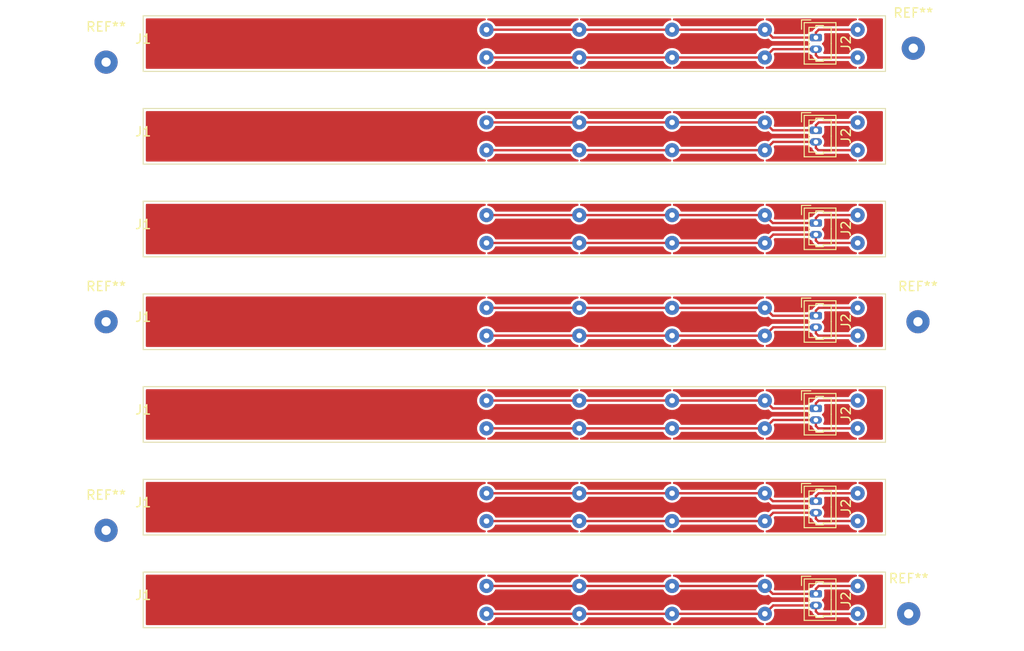
<source format=kicad_pcb>
(kicad_pcb (version 20171130) (host pcbnew 5.1.4)

  (general
    (thickness 1.6)
    (drawings 28)
    (tracks 84)
    (zones 0)
    (modules 20)
    (nets 3)
  )

  (page A4)
  (layers
    (0 F.Cu signal)
    (31 B.Cu signal)
    (32 B.Adhes user)
    (33 F.Adhes user)
    (34 B.Paste user)
    (35 F.Paste user)
    (36 B.SilkS user)
    (37 F.SilkS user)
    (38 B.Mask user)
    (39 F.Mask user)
    (40 Dwgs.User user)
    (41 Cmts.User user)
    (42 Eco1.User user)
    (43 Eco2.User user)
    (44 Edge.Cuts user)
    (45 Margin user)
    (46 B.CrtYd user)
    (47 F.CrtYd user)
    (48 B.Fab user)
    (49 F.Fab user)
  )

  (setup
    (last_trace_width 0.25)
    (trace_clearance 0.2)
    (zone_clearance 0.254)
    (zone_45_only no)
    (trace_min 0.2)
    (via_size 0.8)
    (via_drill 0.4)
    (via_min_size 0.4)
    (via_min_drill 0.3)
    (uvia_size 0.3)
    (uvia_drill 0.1)
    (uvias_allowed no)
    (uvia_min_size 0.2)
    (uvia_min_drill 0.1)
    (edge_width 0.05)
    (segment_width 0.2)
    (pcb_text_width 0.3)
    (pcb_text_size 1.5 1.5)
    (mod_edge_width 0.12)
    (mod_text_size 1 1)
    (mod_text_width 0.15)
    (pad_size 2.49936 2.49936)
    (pad_drill 1.00076)
    (pad_to_mask_clearance 0.051)
    (solder_mask_min_width 0.25)
    (aux_axis_origin 224.5 126.5)
    (visible_elements FFFFFF7F)
    (pcbplotparams
      (layerselection 0x01000_7ffffffe)
      (usegerberextensions false)
      (usegerberattributes false)
      (usegerberadvancedattributes false)
      (creategerberjobfile false)
      (excludeedgelayer false)
      (linewidth 0.100000)
      (plotframeref false)
      (viasonmask false)
      (mode 1)
      (useauxorigin true)
      (hpglpennumber 1)
      (hpglpenspeed 20)
      (hpglpendiameter 15.000000)
      (psnegative false)
      (psa4output false)
      (plotreference true)
      (plotvalue true)
      (plotinvisibletext false)
      (padsonsilk false)
      (subtractmaskfromsilk false)
      (outputformat 1)
      (mirror false)
      (drillshape 0)
      (scaleselection 1)
      (outputdirectory "PRODUCTION_PUMA_20190923"))
  )

  (net 0 "")
  (net 1 "Net-(J1-Pad2)")
  (net 2 "Net-(J1-Pad1)")

  (net_class Default "This is the default net class."
    (clearance 0.2)
    (trace_width 0.25)
    (via_dia 0.8)
    (via_drill 0.4)
    (uvia_dia 0.3)
    (uvia_drill 0.1)
    (add_net "Net-(J1-Pad1)")
    (add_net "Net-(J1-Pad2)")
  )

  (module Connector_Wire:SolderWirePad_1x01_Drill1mm (layer F.Cu) (tedit 5D8890D6) (tstamp 5D88A2F0)
    (at 143.5 67)
    (descr "Wire solder connection")
    (tags connector)
    (attr virtual)
    (fp_text reference REF** (at 0 -3.81) (layer F.SilkS)
      (effects (font (size 1 1) (thickness 0.15)))
    )
    (fp_text value SolderWirePad_1x01_Drill1mm (at 0 3.175) (layer F.Fab)
      (effects (font (size 1 1) (thickness 0.15)))
    )
    (fp_line (start 1.75 1.75) (end -1.75 1.75) (layer F.CrtYd) (width 0.05))
    (fp_line (start 1.75 1.75) (end 1.75 -1.75) (layer F.CrtYd) (width 0.05))
    (fp_line (start -1.75 -1.75) (end -1.75 1.75) (layer F.CrtYd) (width 0.05))
    (fp_line (start -1.75 -1.75) (end 1.75 -1.75) (layer F.CrtYd) (width 0.05))
    (fp_text user %R (at 0 0) (layer F.Fab)
      (effects (font (size 1 1) (thickness 0.15)))
    )
    (pad "" np_thru_hole circle (at 0 0) (size 2.49936 2.49936) (drill 1.00076) (layers *.Cu *.Mask))
  )

  (module Connector_Wire:SolderWirePad_1x01_Drill1mm (layer F.Cu) (tedit 5D8890D6) (tstamp 5D88A2DB)
    (at 231 95)
    (descr "Wire solder connection")
    (tags connector)
    (attr virtual)
    (fp_text reference REF** (at 0 -3.81) (layer F.SilkS)
      (effects (font (size 1 1) (thickness 0.15)))
    )
    (fp_text value SolderWirePad_1x01_Drill1mm (at 0 3.175) (layer F.Fab)
      (effects (font (size 1 1) (thickness 0.15)))
    )
    (fp_text user %R (at 0 0) (layer F.Fab)
      (effects (font (size 1 1) (thickness 0.15)))
    )
    (fp_line (start -1.75 -1.75) (end 1.75 -1.75) (layer F.CrtYd) (width 0.05))
    (fp_line (start -1.75 -1.75) (end -1.75 1.75) (layer F.CrtYd) (width 0.05))
    (fp_line (start 1.75 1.75) (end 1.75 -1.75) (layer F.CrtYd) (width 0.05))
    (fp_line (start 1.75 1.75) (end -1.75 1.75) (layer F.CrtYd) (width 0.05))
    (pad "" np_thru_hole circle (at 0 0) (size 2.49936 2.49936) (drill 1.00076) (layers *.Cu *.Mask))
  )

  (module Connector_Wire:SolderWirePad_1x01_Drill1mm (layer F.Cu) (tedit 5D8890D6) (tstamp 5D88A2B5)
    (at 143.5 95)
    (descr "Wire solder connection")
    (tags connector)
    (attr virtual)
    (fp_text reference REF** (at 0 -3.81) (layer F.SilkS)
      (effects (font (size 1 1) (thickness 0.15)))
    )
    (fp_text value SolderWirePad_1x01_Drill1mm (at 0 3.175) (layer F.Fab)
      (effects (font (size 1 1) (thickness 0.15)))
    )
    (fp_line (start 1.75 1.75) (end -1.75 1.75) (layer F.CrtYd) (width 0.05))
    (fp_line (start 1.75 1.75) (end 1.75 -1.75) (layer F.CrtYd) (width 0.05))
    (fp_line (start -1.75 -1.75) (end -1.75 1.75) (layer F.CrtYd) (width 0.05))
    (fp_line (start -1.75 -1.75) (end 1.75 -1.75) (layer F.CrtYd) (width 0.05))
    (fp_text user %R (at 0 0) (layer F.Fab)
      (effects (font (size 1 1) (thickness 0.15)))
    )
    (pad "" np_thru_hole circle (at 0 0) (size 2.49936 2.49936) (drill 1.00076) (layers *.Cu *.Mask))
  )

  (module Connector_Wire:SolderWirePad_1x01_Drill1mm (layer F.Cu) (tedit 5D8890D6) (tstamp 5D88A32B)
    (at 143.5 117.5)
    (descr "Wire solder connection")
    (tags connector)
    (attr virtual)
    (fp_text reference REF** (at 0 -3.81) (layer F.SilkS)
      (effects (font (size 1 1) (thickness 0.15)))
    )
    (fp_text value SolderWirePad_1x01_Drill1mm (at 0 3.175) (layer F.Fab)
      (effects (font (size 1 1) (thickness 0.15)))
    )
    (fp_line (start 1.75 1.75) (end -1.75 1.75) (layer F.CrtYd) (width 0.05))
    (fp_line (start 1.75 1.75) (end 1.75 -1.75) (layer F.CrtYd) (width 0.05))
    (fp_line (start -1.75 -1.75) (end -1.75 1.75) (layer F.CrtYd) (width 0.05))
    (fp_line (start -1.75 -1.75) (end 1.75 -1.75) (layer F.CrtYd) (width 0.05))
    (fp_text user %R (at 0 0) (layer F.Fab)
      (effects (font (size 1 1) (thickness 0.15)))
    )
    (pad "" np_thru_hole circle (at 0 0) (size 2.49936 2.49936) (drill 1.00076) (layers *.Cu *.Mask))
  )

  (module Connector_Wire:SolderWirePad_1x01_Drill1mm (layer F.Cu) (tedit 5D8890D6) (tstamp 5D88A27E)
    (at 230.5 65.5)
    (descr "Wire solder connection")
    (tags connector)
    (attr virtual)
    (fp_text reference REF** (at 0 -3.81) (layer F.SilkS)
      (effects (font (size 1 1) (thickness 0.15)))
    )
    (fp_text value SolderWirePad_1x01_Drill1mm (at 0 3.175) (layer F.Fab)
      (effects (font (size 1 1) (thickness 0.15)))
    )
    (fp_line (start 1.75 1.75) (end -1.75 1.75) (layer F.CrtYd) (width 0.05))
    (fp_line (start 1.75 1.75) (end 1.75 -1.75) (layer F.CrtYd) (width 0.05))
    (fp_line (start -1.75 -1.75) (end -1.75 1.75) (layer F.CrtYd) (width 0.05))
    (fp_line (start -1.75 -1.75) (end 1.75 -1.75) (layer F.CrtYd) (width 0.05))
    (fp_text user %R (at 0 0) (layer F.Fab)
      (effects (font (size 1 1) (thickness 0.15)))
    )
    (pad "" np_thru_hole circle (at 0 0) (size 2.49936 2.49936) (drill 1.00076) (layers *.Cu *.Mask))
  )

  (module Connector_Wire:SolderWirePad_1x01_Drill1mm (layer F.Cu) (tedit 5D8890D6) (tstamp 5D88A25D)
    (at 230 126.5)
    (descr "Wire solder connection")
    (tags connector)
    (attr virtual)
    (fp_text reference REF** (at 0 -3.81) (layer F.SilkS)
      (effects (font (size 1 1) (thickness 0.15)))
    )
    (fp_text value SolderWirePad_1x01_Drill1mm (at 0 3.175) (layer F.Fab)
      (effects (font (size 1 1) (thickness 0.15)))
    )
    (fp_line (start 1.75 1.75) (end -1.75 1.75) (layer F.CrtYd) (width 0.05))
    (fp_line (start 1.75 1.75) (end 1.75 -1.75) (layer F.CrtYd) (width 0.05))
    (fp_line (start -1.75 -1.75) (end -1.75 1.75) (layer F.CrtYd) (width 0.05))
    (fp_line (start -1.75 -1.75) (end 1.75 -1.75) (layer F.CrtYd) (width 0.05))
    (fp_text user %R (at 0 0) (layer F.Fab)
      (effects (font (size 1 1) (thickness 0.15)))
    )
    (pad "" np_thru_hole circle (at 0 0) (size 2.49936 2.49936) (drill 1.00076) (layers *.Cu *.Mask))
  )

  (module RESPIRECO:NTC_B+B (layer F.Cu) (tedit 5D888D5A) (tstamp 5D88A19E)
    (at 147.5 125)
    (path /5D8639E3)
    (fp_text reference J1 (at 0 -0.5) (layer F.SilkS)
      (effects (font (size 1 1) (thickness 0.15)))
    )
    (fp_text value Conn_01x02_Female (at 0 -1.5) (layer F.Fab)
      (effects (font (size 1 1) (thickness 0.15)))
    )
    (fp_line (start 0 3) (end 80 3) (layer F.SilkS) (width 0.12))
    (fp_line (start 80 3) (end 80 -3) (layer F.SilkS) (width 0.12))
    (fp_line (start 80 -3) (end 0 -3) (layer F.SilkS) (width 0.12))
    (fp_line (start 0 -3) (end 0 3) (layer F.SilkS) (width 0.12))
    (pad 2 thru_hole circle (at 77 1.5) (size 1.524 1.524) (drill 0.6) (layers *.Cu *.Mask)
      (net 1 "Net-(J1-Pad2)"))
    (pad 1 thru_hole circle (at 77 -1.5) (size 1.524 1.524) (drill 0.6) (layers *.Cu *.Mask)
      (net 2 "Net-(J1-Pad1)"))
    (pad 1 thru_hole circle (at 67 -1.5) (size 1.524 1.524) (drill 0.6) (layers *.Cu *.Mask)
      (net 2 "Net-(J1-Pad1)"))
    (pad 1 thru_hole circle (at 57 -1.5) (size 1.524 1.524) (drill 0.6) (layers *.Cu *.Mask)
      (net 2 "Net-(J1-Pad1)"))
    (pad 1 thru_hole circle (at 47 -1.5) (size 1.524 1.524) (drill 0.6) (layers *.Cu *.Mask)
      (net 2 "Net-(J1-Pad1)"))
    (pad 1 thru_hole circle (at 37 -1.5) (size 1.524 1.524) (drill 0.6) (layers *.Cu *.Mask)
      (net 2 "Net-(J1-Pad1)"))
    (pad 2 thru_hole circle (at 67 1.5) (size 1.524 1.524) (drill 0.6) (layers *.Cu *.Mask)
      (net 1 "Net-(J1-Pad2)"))
    (pad 2 thru_hole circle (at 57 1.5) (size 1.524 1.524) (drill 0.6) (layers *.Cu *.Mask)
      (net 1 "Net-(J1-Pad2)"))
    (pad 2 thru_hole circle (at 47 1.5) (size 1.524 1.524) (drill 0.6) (layers *.Cu *.Mask)
      (net 1 "Net-(J1-Pad2)"))
    (pad 2 thru_hole circle (at 37 1.5) (size 1.524 1.524) (drill 0.6) (layers *.Cu *.Mask)
      (net 1 "Net-(J1-Pad2)"))
  )

  (module RESPIRECO:NTC_B+B (layer F.Cu) (tedit 5D888D5A) (tstamp 5D88A17C)
    (at 147.5 115)
    (path /5D8639E3)
    (fp_text reference J1 (at 0 -0.5) (layer F.SilkS)
      (effects (font (size 1 1) (thickness 0.15)))
    )
    (fp_text value Conn_01x02_Female (at 0 -1.5) (layer F.Fab)
      (effects (font (size 1 1) (thickness 0.15)))
    )
    (fp_line (start 0 3) (end 80 3) (layer F.SilkS) (width 0.12))
    (fp_line (start 80 3) (end 80 -3) (layer F.SilkS) (width 0.12))
    (fp_line (start 80 -3) (end 0 -3) (layer F.SilkS) (width 0.12))
    (fp_line (start 0 -3) (end 0 3) (layer F.SilkS) (width 0.12))
    (pad 2 thru_hole circle (at 77 1.5) (size 1.524 1.524) (drill 0.6) (layers *.Cu *.Mask)
      (net 1 "Net-(J1-Pad2)"))
    (pad 1 thru_hole circle (at 77 -1.5) (size 1.524 1.524) (drill 0.6) (layers *.Cu *.Mask)
      (net 2 "Net-(J1-Pad1)"))
    (pad 1 thru_hole circle (at 67 -1.5) (size 1.524 1.524) (drill 0.6) (layers *.Cu *.Mask)
      (net 2 "Net-(J1-Pad1)"))
    (pad 1 thru_hole circle (at 57 -1.5) (size 1.524 1.524) (drill 0.6) (layers *.Cu *.Mask)
      (net 2 "Net-(J1-Pad1)"))
    (pad 1 thru_hole circle (at 47 -1.5) (size 1.524 1.524) (drill 0.6) (layers *.Cu *.Mask)
      (net 2 "Net-(J1-Pad1)"))
    (pad 1 thru_hole circle (at 37 -1.5) (size 1.524 1.524) (drill 0.6) (layers *.Cu *.Mask)
      (net 2 "Net-(J1-Pad1)"))
    (pad 2 thru_hole circle (at 67 1.5) (size 1.524 1.524) (drill 0.6) (layers *.Cu *.Mask)
      (net 1 "Net-(J1-Pad2)"))
    (pad 2 thru_hole circle (at 57 1.5) (size 1.524 1.524) (drill 0.6) (layers *.Cu *.Mask)
      (net 1 "Net-(J1-Pad2)"))
    (pad 2 thru_hole circle (at 47 1.5) (size 1.524 1.524) (drill 0.6) (layers *.Cu *.Mask)
      (net 1 "Net-(J1-Pad2)"))
    (pad 2 thru_hole circle (at 37 1.5) (size 1.524 1.524) (drill 0.6) (layers *.Cu *.Mask)
      (net 1 "Net-(J1-Pad2)"))
  )

  (module RESPIRECO:NTC_B+B (layer F.Cu) (tedit 5D888D5A) (tstamp 5D88A15A)
    (at 147.5 105)
    (path /5D8639E3)
    (fp_text reference J1 (at 0 -0.5) (layer F.SilkS)
      (effects (font (size 1 1) (thickness 0.15)))
    )
    (fp_text value Conn_01x02_Female (at 0 -1.5) (layer F.Fab)
      (effects (font (size 1 1) (thickness 0.15)))
    )
    (fp_line (start 0 3) (end 80 3) (layer F.SilkS) (width 0.12))
    (fp_line (start 80 3) (end 80 -3) (layer F.SilkS) (width 0.12))
    (fp_line (start 80 -3) (end 0 -3) (layer F.SilkS) (width 0.12))
    (fp_line (start 0 -3) (end 0 3) (layer F.SilkS) (width 0.12))
    (pad 2 thru_hole circle (at 77 1.5) (size 1.524 1.524) (drill 0.6) (layers *.Cu *.Mask)
      (net 1 "Net-(J1-Pad2)"))
    (pad 1 thru_hole circle (at 77 -1.5) (size 1.524 1.524) (drill 0.6) (layers *.Cu *.Mask)
      (net 2 "Net-(J1-Pad1)"))
    (pad 1 thru_hole circle (at 67 -1.5) (size 1.524 1.524) (drill 0.6) (layers *.Cu *.Mask)
      (net 2 "Net-(J1-Pad1)"))
    (pad 1 thru_hole circle (at 57 -1.5) (size 1.524 1.524) (drill 0.6) (layers *.Cu *.Mask)
      (net 2 "Net-(J1-Pad1)"))
    (pad 1 thru_hole circle (at 47 -1.5) (size 1.524 1.524) (drill 0.6) (layers *.Cu *.Mask)
      (net 2 "Net-(J1-Pad1)"))
    (pad 1 thru_hole circle (at 37 -1.5) (size 1.524 1.524) (drill 0.6) (layers *.Cu *.Mask)
      (net 2 "Net-(J1-Pad1)"))
    (pad 2 thru_hole circle (at 67 1.5) (size 1.524 1.524) (drill 0.6) (layers *.Cu *.Mask)
      (net 1 "Net-(J1-Pad2)"))
    (pad 2 thru_hole circle (at 57 1.5) (size 1.524 1.524) (drill 0.6) (layers *.Cu *.Mask)
      (net 1 "Net-(J1-Pad2)"))
    (pad 2 thru_hole circle (at 47 1.5) (size 1.524 1.524) (drill 0.6) (layers *.Cu *.Mask)
      (net 1 "Net-(J1-Pad2)"))
    (pad 2 thru_hole circle (at 37 1.5) (size 1.524 1.524) (drill 0.6) (layers *.Cu *.Mask)
      (net 1 "Net-(J1-Pad2)"))
  )

  (module RESPIRECO:NTC_B+B (layer F.Cu) (tedit 5D888D5A) (tstamp 5D88A138)
    (at 147.5 95)
    (path /5D8639E3)
    (fp_text reference J1 (at 0 -0.5) (layer F.SilkS)
      (effects (font (size 1 1) (thickness 0.15)))
    )
    (fp_text value Conn_01x02_Female (at 0 -1.5) (layer F.Fab)
      (effects (font (size 1 1) (thickness 0.15)))
    )
    (fp_line (start 0 3) (end 80 3) (layer F.SilkS) (width 0.12))
    (fp_line (start 80 3) (end 80 -3) (layer F.SilkS) (width 0.12))
    (fp_line (start 80 -3) (end 0 -3) (layer F.SilkS) (width 0.12))
    (fp_line (start 0 -3) (end 0 3) (layer F.SilkS) (width 0.12))
    (pad 2 thru_hole circle (at 77 1.5) (size 1.524 1.524) (drill 0.6) (layers *.Cu *.Mask)
      (net 1 "Net-(J1-Pad2)"))
    (pad 1 thru_hole circle (at 77 -1.5) (size 1.524 1.524) (drill 0.6) (layers *.Cu *.Mask)
      (net 2 "Net-(J1-Pad1)"))
    (pad 1 thru_hole circle (at 67 -1.5) (size 1.524 1.524) (drill 0.6) (layers *.Cu *.Mask)
      (net 2 "Net-(J1-Pad1)"))
    (pad 1 thru_hole circle (at 57 -1.5) (size 1.524 1.524) (drill 0.6) (layers *.Cu *.Mask)
      (net 2 "Net-(J1-Pad1)"))
    (pad 1 thru_hole circle (at 47 -1.5) (size 1.524 1.524) (drill 0.6) (layers *.Cu *.Mask)
      (net 2 "Net-(J1-Pad1)"))
    (pad 1 thru_hole circle (at 37 -1.5) (size 1.524 1.524) (drill 0.6) (layers *.Cu *.Mask)
      (net 2 "Net-(J1-Pad1)"))
    (pad 2 thru_hole circle (at 67 1.5) (size 1.524 1.524) (drill 0.6) (layers *.Cu *.Mask)
      (net 1 "Net-(J1-Pad2)"))
    (pad 2 thru_hole circle (at 57 1.5) (size 1.524 1.524) (drill 0.6) (layers *.Cu *.Mask)
      (net 1 "Net-(J1-Pad2)"))
    (pad 2 thru_hole circle (at 47 1.5) (size 1.524 1.524) (drill 0.6) (layers *.Cu *.Mask)
      (net 1 "Net-(J1-Pad2)"))
    (pad 2 thru_hole circle (at 37 1.5) (size 1.524 1.524) (drill 0.6) (layers *.Cu *.Mask)
      (net 1 "Net-(J1-Pad2)"))
  )

  (module RESPIRECO:NTC_B+B (layer F.Cu) (tedit 5D888D5A) (tstamp 5D88A116)
    (at 147.5 85)
    (path /5D8639E3)
    (fp_text reference J1 (at 0 -0.5) (layer F.SilkS)
      (effects (font (size 1 1) (thickness 0.15)))
    )
    (fp_text value Conn_01x02_Female (at 0 -1.5) (layer F.Fab)
      (effects (font (size 1 1) (thickness 0.15)))
    )
    (fp_line (start 0 3) (end 80 3) (layer F.SilkS) (width 0.12))
    (fp_line (start 80 3) (end 80 -3) (layer F.SilkS) (width 0.12))
    (fp_line (start 80 -3) (end 0 -3) (layer F.SilkS) (width 0.12))
    (fp_line (start 0 -3) (end 0 3) (layer F.SilkS) (width 0.12))
    (pad 2 thru_hole circle (at 77 1.5) (size 1.524 1.524) (drill 0.6) (layers *.Cu *.Mask)
      (net 1 "Net-(J1-Pad2)"))
    (pad 1 thru_hole circle (at 77 -1.5) (size 1.524 1.524) (drill 0.6) (layers *.Cu *.Mask)
      (net 2 "Net-(J1-Pad1)"))
    (pad 1 thru_hole circle (at 67 -1.5) (size 1.524 1.524) (drill 0.6) (layers *.Cu *.Mask)
      (net 2 "Net-(J1-Pad1)"))
    (pad 1 thru_hole circle (at 57 -1.5) (size 1.524 1.524) (drill 0.6) (layers *.Cu *.Mask)
      (net 2 "Net-(J1-Pad1)"))
    (pad 1 thru_hole circle (at 47 -1.5) (size 1.524 1.524) (drill 0.6) (layers *.Cu *.Mask)
      (net 2 "Net-(J1-Pad1)"))
    (pad 1 thru_hole circle (at 37 -1.5) (size 1.524 1.524) (drill 0.6) (layers *.Cu *.Mask)
      (net 2 "Net-(J1-Pad1)"))
    (pad 2 thru_hole circle (at 67 1.5) (size 1.524 1.524) (drill 0.6) (layers *.Cu *.Mask)
      (net 1 "Net-(J1-Pad2)"))
    (pad 2 thru_hole circle (at 57 1.5) (size 1.524 1.524) (drill 0.6) (layers *.Cu *.Mask)
      (net 1 "Net-(J1-Pad2)"))
    (pad 2 thru_hole circle (at 47 1.5) (size 1.524 1.524) (drill 0.6) (layers *.Cu *.Mask)
      (net 1 "Net-(J1-Pad2)"))
    (pad 2 thru_hole circle (at 37 1.5) (size 1.524 1.524) (drill 0.6) (layers *.Cu *.Mask)
      (net 1 "Net-(J1-Pad2)"))
  )

  (module RESPIRECO:NTC_B+B (layer F.Cu) (tedit 5D888D5A) (tstamp 5D88A0F4)
    (at 147.5 75)
    (path /5D8639E3)
    (fp_text reference J1 (at 0 -0.5) (layer F.SilkS)
      (effects (font (size 1 1) (thickness 0.15)))
    )
    (fp_text value Conn_01x02_Female (at 0 -1.5) (layer F.Fab)
      (effects (font (size 1 1) (thickness 0.15)))
    )
    (fp_line (start 0 3) (end 80 3) (layer F.SilkS) (width 0.12))
    (fp_line (start 80 3) (end 80 -3) (layer F.SilkS) (width 0.12))
    (fp_line (start 80 -3) (end 0 -3) (layer F.SilkS) (width 0.12))
    (fp_line (start 0 -3) (end 0 3) (layer F.SilkS) (width 0.12))
    (pad 2 thru_hole circle (at 77 1.5) (size 1.524 1.524) (drill 0.6) (layers *.Cu *.Mask)
      (net 1 "Net-(J1-Pad2)"))
    (pad 1 thru_hole circle (at 77 -1.5) (size 1.524 1.524) (drill 0.6) (layers *.Cu *.Mask)
      (net 2 "Net-(J1-Pad1)"))
    (pad 1 thru_hole circle (at 67 -1.5) (size 1.524 1.524) (drill 0.6) (layers *.Cu *.Mask)
      (net 2 "Net-(J1-Pad1)"))
    (pad 1 thru_hole circle (at 57 -1.5) (size 1.524 1.524) (drill 0.6) (layers *.Cu *.Mask)
      (net 2 "Net-(J1-Pad1)"))
    (pad 1 thru_hole circle (at 47 -1.5) (size 1.524 1.524) (drill 0.6) (layers *.Cu *.Mask)
      (net 2 "Net-(J1-Pad1)"))
    (pad 1 thru_hole circle (at 37 -1.5) (size 1.524 1.524) (drill 0.6) (layers *.Cu *.Mask)
      (net 2 "Net-(J1-Pad1)"))
    (pad 2 thru_hole circle (at 67 1.5) (size 1.524 1.524) (drill 0.6) (layers *.Cu *.Mask)
      (net 1 "Net-(J1-Pad2)"))
    (pad 2 thru_hole circle (at 57 1.5) (size 1.524 1.524) (drill 0.6) (layers *.Cu *.Mask)
      (net 1 "Net-(J1-Pad2)"))
    (pad 2 thru_hole circle (at 47 1.5) (size 1.524 1.524) (drill 0.6) (layers *.Cu *.Mask)
      (net 1 "Net-(J1-Pad2)"))
    (pad 2 thru_hole circle (at 37 1.5) (size 1.524 1.524) (drill 0.6) (layers *.Cu *.Mask)
      (net 1 "Net-(J1-Pad2)"))
  )

  (module RESPIRECO:NTC_B+B (layer F.Cu) (tedit 5D888D5A) (tstamp 5D88A0D2)
    (at 147.5 65)
    (path /5D8639E3)
    (fp_text reference J1 (at 0 -0.5) (layer F.SilkS)
      (effects (font (size 1 1) (thickness 0.15)))
    )
    (fp_text value Conn_01x02_Female (at 0 -1.5) (layer F.Fab)
      (effects (font (size 1 1) (thickness 0.15)))
    )
    (fp_line (start 0 3) (end 80 3) (layer F.SilkS) (width 0.12))
    (fp_line (start 80 3) (end 80 -3) (layer F.SilkS) (width 0.12))
    (fp_line (start 80 -3) (end 0 -3) (layer F.SilkS) (width 0.12))
    (fp_line (start 0 -3) (end 0 3) (layer F.SilkS) (width 0.12))
    (pad 2 thru_hole circle (at 77 1.5) (size 1.524 1.524) (drill 0.6) (layers *.Cu *.Mask)
      (net 1 "Net-(J1-Pad2)"))
    (pad 1 thru_hole circle (at 77 -1.5) (size 1.524 1.524) (drill 0.6) (layers *.Cu *.Mask)
      (net 2 "Net-(J1-Pad1)"))
    (pad 1 thru_hole circle (at 67 -1.5) (size 1.524 1.524) (drill 0.6) (layers *.Cu *.Mask)
      (net 2 "Net-(J1-Pad1)"))
    (pad 1 thru_hole circle (at 57 -1.5) (size 1.524 1.524) (drill 0.6) (layers *.Cu *.Mask)
      (net 2 "Net-(J1-Pad1)"))
    (pad 1 thru_hole circle (at 47 -1.5) (size 1.524 1.524) (drill 0.6) (layers *.Cu *.Mask)
      (net 2 "Net-(J1-Pad1)"))
    (pad 1 thru_hole circle (at 37 -1.5) (size 1.524 1.524) (drill 0.6) (layers *.Cu *.Mask)
      (net 2 "Net-(J1-Pad1)"))
    (pad 2 thru_hole circle (at 67 1.5) (size 1.524 1.524) (drill 0.6) (layers *.Cu *.Mask)
      (net 1 "Net-(J1-Pad2)"))
    (pad 2 thru_hole circle (at 57 1.5) (size 1.524 1.524) (drill 0.6) (layers *.Cu *.Mask)
      (net 1 "Net-(J1-Pad2)"))
    (pad 2 thru_hole circle (at 47 1.5) (size 1.524 1.524) (drill 0.6) (layers *.Cu *.Mask)
      (net 1 "Net-(J1-Pad2)"))
    (pad 2 thru_hole circle (at 37 1.5) (size 1.524 1.524) (drill 0.6) (layers *.Cu *.Mask)
      (net 1 "Net-(J1-Pad2)"))
  )

  (module Connector_Molex:Molex_PicoBlade_53047-0210_1x02_P1.25mm_Vertical (layer F.Cu) (tedit 5B783167) (tstamp 5D88A001)
    (at 220 124.35 270)
    (descr "Molex PicoBlade Connector System, 53047-0210, 2 Pins per row (http://www.molex.com/pdm_docs/sd/530470610_sd.pdf), generated with kicad-footprint-generator")
    (tags "connector Molex PicoBlade side entry")
    (path /5D86353B)
    (fp_text reference J2 (at 0.62 -3.25 90) (layer F.SilkS)
      (effects (font (size 1 1) (thickness 0.15)))
    )
    (fp_text value Conn_01x02 (at 0.62 2.35 90) (layer F.Fab)
      (effects (font (size 1 1) (thickness 0.15)))
    )
    (fp_line (start -1.5 -2.05) (end -1.5 1.15) (layer F.Fab) (width 0.1))
    (fp_line (start -1.5 1.15) (end 2.75 1.15) (layer F.Fab) (width 0.1))
    (fp_line (start 2.75 1.15) (end 2.75 -2.05) (layer F.Fab) (width 0.1))
    (fp_line (start 2.75 -2.05) (end -1.5 -2.05) (layer F.Fab) (width 0.1))
    (fp_line (start -1.61 -2.16) (end -1.61 1.26) (layer F.SilkS) (width 0.12))
    (fp_line (start -1.61 1.26) (end 2.86 1.26) (layer F.SilkS) (width 0.12))
    (fp_line (start 2.86 1.26) (end 2.86 -2.16) (layer F.SilkS) (width 0.12))
    (fp_line (start 2.86 -2.16) (end -1.61 -2.16) (layer F.SilkS) (width 0.12))
    (fp_line (start 0.625 0.75) (end -1.1 0.75) (layer F.SilkS) (width 0.12))
    (fp_line (start -1.1 0.75) (end -1.1 0) (layer F.SilkS) (width 0.12))
    (fp_line (start -1.1 0) (end -1.3 0) (layer F.SilkS) (width 0.12))
    (fp_line (start -1.3 0) (end -1.3 -0.8) (layer F.SilkS) (width 0.12))
    (fp_line (start -1.3 -0.8) (end -1.1 -0.8) (layer F.SilkS) (width 0.12))
    (fp_line (start -1.1 -0.8) (end -1.1 -1.65) (layer F.SilkS) (width 0.12))
    (fp_line (start -1.1 -1.65) (end 0.625 -1.65) (layer F.SilkS) (width 0.12))
    (fp_line (start 0.625 0.75) (end 2.35 0.75) (layer F.SilkS) (width 0.12))
    (fp_line (start 2.35 0.75) (end 2.35 0) (layer F.SilkS) (width 0.12))
    (fp_line (start 2.35 0) (end 2.55 0) (layer F.SilkS) (width 0.12))
    (fp_line (start 2.55 0) (end 2.55 -0.8) (layer F.SilkS) (width 0.12))
    (fp_line (start 2.55 -0.8) (end 2.35 -0.8) (layer F.SilkS) (width 0.12))
    (fp_line (start 2.35 -0.8) (end 2.35 -1.65) (layer F.SilkS) (width 0.12))
    (fp_line (start 2.35 -1.65) (end 0.625 -1.65) (layer F.SilkS) (width 0.12))
    (fp_line (start -1.9 1.55) (end -1.9 0.55) (layer F.SilkS) (width 0.12))
    (fp_line (start -1.9 1.55) (end -0.9 1.55) (layer F.SilkS) (width 0.12))
    (fp_line (start -0.5 1.15) (end 0 0.442893) (layer F.Fab) (width 0.1))
    (fp_line (start 0 0.442893) (end 0.5 1.15) (layer F.Fab) (width 0.1))
    (fp_line (start -2 -2.55) (end -2 1.65) (layer F.CrtYd) (width 0.05))
    (fp_line (start -2 1.65) (end 3.25 1.65) (layer F.CrtYd) (width 0.05))
    (fp_line (start 3.25 1.65) (end 3.25 -2.55) (layer F.CrtYd) (width 0.05))
    (fp_line (start 3.25 -2.55) (end -2 -2.55) (layer F.CrtYd) (width 0.05))
    (fp_text user %R (at 0.62 -1.35 90) (layer F.Fab)
      (effects (font (size 1 1) (thickness 0.15)))
    )
    (pad 1 thru_hole roundrect (at 0 0 270) (size 0.8 1.3) (drill 0.5) (layers *.Cu *.Mask) (roundrect_rratio 0.25)
      (net 2 "Net-(J1-Pad1)"))
    (pad 2 thru_hole oval (at 1.25 0 270) (size 0.8 1.3) (drill 0.5) (layers *.Cu *.Mask)
      (net 1 "Net-(J1-Pad2)"))
    (model ${KISYS3DMOD}/Connector_Molex.3dshapes/Molex_PicoBlade_53047-0210_1x02_P1.25mm_Vertical.wrl
      (at (xyz 0 0 0))
      (scale (xyz 1 1 1))
      (rotate (xyz 0 0 0))
    )
  )

  (module Connector_Molex:Molex_PicoBlade_53047-0210_1x02_P1.25mm_Vertical (layer F.Cu) (tedit 5B783167) (tstamp 5D889FB9)
    (at 220 114.35 270)
    (descr "Molex PicoBlade Connector System, 53047-0210, 2 Pins per row (http://www.molex.com/pdm_docs/sd/530470610_sd.pdf), generated with kicad-footprint-generator")
    (tags "connector Molex PicoBlade side entry")
    (path /5D86353B)
    (fp_text reference J2 (at 0.62 -3.25 90) (layer F.SilkS)
      (effects (font (size 1 1) (thickness 0.15)))
    )
    (fp_text value Conn_01x02 (at 0.62 2.35 90) (layer F.Fab)
      (effects (font (size 1 1) (thickness 0.15)))
    )
    (fp_line (start -1.5 -2.05) (end -1.5 1.15) (layer F.Fab) (width 0.1))
    (fp_line (start -1.5 1.15) (end 2.75 1.15) (layer F.Fab) (width 0.1))
    (fp_line (start 2.75 1.15) (end 2.75 -2.05) (layer F.Fab) (width 0.1))
    (fp_line (start 2.75 -2.05) (end -1.5 -2.05) (layer F.Fab) (width 0.1))
    (fp_line (start -1.61 -2.16) (end -1.61 1.26) (layer F.SilkS) (width 0.12))
    (fp_line (start -1.61 1.26) (end 2.86 1.26) (layer F.SilkS) (width 0.12))
    (fp_line (start 2.86 1.26) (end 2.86 -2.16) (layer F.SilkS) (width 0.12))
    (fp_line (start 2.86 -2.16) (end -1.61 -2.16) (layer F.SilkS) (width 0.12))
    (fp_line (start 0.625 0.75) (end -1.1 0.75) (layer F.SilkS) (width 0.12))
    (fp_line (start -1.1 0.75) (end -1.1 0) (layer F.SilkS) (width 0.12))
    (fp_line (start -1.1 0) (end -1.3 0) (layer F.SilkS) (width 0.12))
    (fp_line (start -1.3 0) (end -1.3 -0.8) (layer F.SilkS) (width 0.12))
    (fp_line (start -1.3 -0.8) (end -1.1 -0.8) (layer F.SilkS) (width 0.12))
    (fp_line (start -1.1 -0.8) (end -1.1 -1.65) (layer F.SilkS) (width 0.12))
    (fp_line (start -1.1 -1.65) (end 0.625 -1.65) (layer F.SilkS) (width 0.12))
    (fp_line (start 0.625 0.75) (end 2.35 0.75) (layer F.SilkS) (width 0.12))
    (fp_line (start 2.35 0.75) (end 2.35 0) (layer F.SilkS) (width 0.12))
    (fp_line (start 2.35 0) (end 2.55 0) (layer F.SilkS) (width 0.12))
    (fp_line (start 2.55 0) (end 2.55 -0.8) (layer F.SilkS) (width 0.12))
    (fp_line (start 2.55 -0.8) (end 2.35 -0.8) (layer F.SilkS) (width 0.12))
    (fp_line (start 2.35 -0.8) (end 2.35 -1.65) (layer F.SilkS) (width 0.12))
    (fp_line (start 2.35 -1.65) (end 0.625 -1.65) (layer F.SilkS) (width 0.12))
    (fp_line (start -1.9 1.55) (end -1.9 0.55) (layer F.SilkS) (width 0.12))
    (fp_line (start -1.9 1.55) (end -0.9 1.55) (layer F.SilkS) (width 0.12))
    (fp_line (start -0.5 1.15) (end 0 0.442893) (layer F.Fab) (width 0.1))
    (fp_line (start 0 0.442893) (end 0.5 1.15) (layer F.Fab) (width 0.1))
    (fp_line (start -2 -2.55) (end -2 1.65) (layer F.CrtYd) (width 0.05))
    (fp_line (start -2 1.65) (end 3.25 1.65) (layer F.CrtYd) (width 0.05))
    (fp_line (start 3.25 1.65) (end 3.25 -2.55) (layer F.CrtYd) (width 0.05))
    (fp_line (start 3.25 -2.55) (end -2 -2.55) (layer F.CrtYd) (width 0.05))
    (fp_text user %R (at 0.62 -1.35 90) (layer F.Fab)
      (effects (font (size 1 1) (thickness 0.15)))
    )
    (pad 1 thru_hole roundrect (at 0 0 270) (size 0.8 1.3) (drill 0.5) (layers *.Cu *.Mask) (roundrect_rratio 0.25)
      (net 2 "Net-(J1-Pad1)"))
    (pad 2 thru_hole oval (at 1.25 0 270) (size 0.8 1.3) (drill 0.5) (layers *.Cu *.Mask)
      (net 1 "Net-(J1-Pad2)"))
    (model ${KISYS3DMOD}/Connector_Molex.3dshapes/Molex_PicoBlade_53047-0210_1x02_P1.25mm_Vertical.wrl
      (at (xyz 0 0 0))
      (scale (xyz 1 1 1))
      (rotate (xyz 0 0 0))
    )
  )

  (module Connector_Molex:Molex_PicoBlade_53047-0210_1x02_P1.25mm_Vertical (layer F.Cu) (tedit 5B783167) (tstamp 5D889F71)
    (at 220 104.35 270)
    (descr "Molex PicoBlade Connector System, 53047-0210, 2 Pins per row (http://www.molex.com/pdm_docs/sd/530470610_sd.pdf), generated with kicad-footprint-generator")
    (tags "connector Molex PicoBlade side entry")
    (path /5D86353B)
    (fp_text reference J2 (at 0.62 -3.25 90) (layer F.SilkS)
      (effects (font (size 1 1) (thickness 0.15)))
    )
    (fp_text value Conn_01x02 (at 0.62 2.35 90) (layer F.Fab)
      (effects (font (size 1 1) (thickness 0.15)))
    )
    (fp_line (start -1.5 -2.05) (end -1.5 1.15) (layer F.Fab) (width 0.1))
    (fp_line (start -1.5 1.15) (end 2.75 1.15) (layer F.Fab) (width 0.1))
    (fp_line (start 2.75 1.15) (end 2.75 -2.05) (layer F.Fab) (width 0.1))
    (fp_line (start 2.75 -2.05) (end -1.5 -2.05) (layer F.Fab) (width 0.1))
    (fp_line (start -1.61 -2.16) (end -1.61 1.26) (layer F.SilkS) (width 0.12))
    (fp_line (start -1.61 1.26) (end 2.86 1.26) (layer F.SilkS) (width 0.12))
    (fp_line (start 2.86 1.26) (end 2.86 -2.16) (layer F.SilkS) (width 0.12))
    (fp_line (start 2.86 -2.16) (end -1.61 -2.16) (layer F.SilkS) (width 0.12))
    (fp_line (start 0.625 0.75) (end -1.1 0.75) (layer F.SilkS) (width 0.12))
    (fp_line (start -1.1 0.75) (end -1.1 0) (layer F.SilkS) (width 0.12))
    (fp_line (start -1.1 0) (end -1.3 0) (layer F.SilkS) (width 0.12))
    (fp_line (start -1.3 0) (end -1.3 -0.8) (layer F.SilkS) (width 0.12))
    (fp_line (start -1.3 -0.8) (end -1.1 -0.8) (layer F.SilkS) (width 0.12))
    (fp_line (start -1.1 -0.8) (end -1.1 -1.65) (layer F.SilkS) (width 0.12))
    (fp_line (start -1.1 -1.65) (end 0.625 -1.65) (layer F.SilkS) (width 0.12))
    (fp_line (start 0.625 0.75) (end 2.35 0.75) (layer F.SilkS) (width 0.12))
    (fp_line (start 2.35 0.75) (end 2.35 0) (layer F.SilkS) (width 0.12))
    (fp_line (start 2.35 0) (end 2.55 0) (layer F.SilkS) (width 0.12))
    (fp_line (start 2.55 0) (end 2.55 -0.8) (layer F.SilkS) (width 0.12))
    (fp_line (start 2.55 -0.8) (end 2.35 -0.8) (layer F.SilkS) (width 0.12))
    (fp_line (start 2.35 -0.8) (end 2.35 -1.65) (layer F.SilkS) (width 0.12))
    (fp_line (start 2.35 -1.65) (end 0.625 -1.65) (layer F.SilkS) (width 0.12))
    (fp_line (start -1.9 1.55) (end -1.9 0.55) (layer F.SilkS) (width 0.12))
    (fp_line (start -1.9 1.55) (end -0.9 1.55) (layer F.SilkS) (width 0.12))
    (fp_line (start -0.5 1.15) (end 0 0.442893) (layer F.Fab) (width 0.1))
    (fp_line (start 0 0.442893) (end 0.5 1.15) (layer F.Fab) (width 0.1))
    (fp_line (start -2 -2.55) (end -2 1.65) (layer F.CrtYd) (width 0.05))
    (fp_line (start -2 1.65) (end 3.25 1.65) (layer F.CrtYd) (width 0.05))
    (fp_line (start 3.25 1.65) (end 3.25 -2.55) (layer F.CrtYd) (width 0.05))
    (fp_line (start 3.25 -2.55) (end -2 -2.55) (layer F.CrtYd) (width 0.05))
    (fp_text user %R (at 0.62 -1.35 90) (layer F.Fab)
      (effects (font (size 1 1) (thickness 0.15)))
    )
    (pad 1 thru_hole roundrect (at 0 0 270) (size 0.8 1.3) (drill 0.5) (layers *.Cu *.Mask) (roundrect_rratio 0.25)
      (net 2 "Net-(J1-Pad1)"))
    (pad 2 thru_hole oval (at 1.25 0 270) (size 0.8 1.3) (drill 0.5) (layers *.Cu *.Mask)
      (net 1 "Net-(J1-Pad2)"))
    (model ${KISYS3DMOD}/Connector_Molex.3dshapes/Molex_PicoBlade_53047-0210_1x02_P1.25mm_Vertical.wrl
      (at (xyz 0 0 0))
      (scale (xyz 1 1 1))
      (rotate (xyz 0 0 0))
    )
  )

  (module Connector_Molex:Molex_PicoBlade_53047-0210_1x02_P1.25mm_Vertical (layer F.Cu) (tedit 5B783167) (tstamp 5D889F29)
    (at 220 94.35 270)
    (descr "Molex PicoBlade Connector System, 53047-0210, 2 Pins per row (http://www.molex.com/pdm_docs/sd/530470610_sd.pdf), generated with kicad-footprint-generator")
    (tags "connector Molex PicoBlade side entry")
    (path /5D86353B)
    (fp_text reference J2 (at 0.62 -3.25 90) (layer F.SilkS)
      (effects (font (size 1 1) (thickness 0.15)))
    )
    (fp_text value Conn_01x02 (at 0.62 2.35 90) (layer F.Fab)
      (effects (font (size 1 1) (thickness 0.15)))
    )
    (fp_line (start -1.5 -2.05) (end -1.5 1.15) (layer F.Fab) (width 0.1))
    (fp_line (start -1.5 1.15) (end 2.75 1.15) (layer F.Fab) (width 0.1))
    (fp_line (start 2.75 1.15) (end 2.75 -2.05) (layer F.Fab) (width 0.1))
    (fp_line (start 2.75 -2.05) (end -1.5 -2.05) (layer F.Fab) (width 0.1))
    (fp_line (start -1.61 -2.16) (end -1.61 1.26) (layer F.SilkS) (width 0.12))
    (fp_line (start -1.61 1.26) (end 2.86 1.26) (layer F.SilkS) (width 0.12))
    (fp_line (start 2.86 1.26) (end 2.86 -2.16) (layer F.SilkS) (width 0.12))
    (fp_line (start 2.86 -2.16) (end -1.61 -2.16) (layer F.SilkS) (width 0.12))
    (fp_line (start 0.625 0.75) (end -1.1 0.75) (layer F.SilkS) (width 0.12))
    (fp_line (start -1.1 0.75) (end -1.1 0) (layer F.SilkS) (width 0.12))
    (fp_line (start -1.1 0) (end -1.3 0) (layer F.SilkS) (width 0.12))
    (fp_line (start -1.3 0) (end -1.3 -0.8) (layer F.SilkS) (width 0.12))
    (fp_line (start -1.3 -0.8) (end -1.1 -0.8) (layer F.SilkS) (width 0.12))
    (fp_line (start -1.1 -0.8) (end -1.1 -1.65) (layer F.SilkS) (width 0.12))
    (fp_line (start -1.1 -1.65) (end 0.625 -1.65) (layer F.SilkS) (width 0.12))
    (fp_line (start 0.625 0.75) (end 2.35 0.75) (layer F.SilkS) (width 0.12))
    (fp_line (start 2.35 0.75) (end 2.35 0) (layer F.SilkS) (width 0.12))
    (fp_line (start 2.35 0) (end 2.55 0) (layer F.SilkS) (width 0.12))
    (fp_line (start 2.55 0) (end 2.55 -0.8) (layer F.SilkS) (width 0.12))
    (fp_line (start 2.55 -0.8) (end 2.35 -0.8) (layer F.SilkS) (width 0.12))
    (fp_line (start 2.35 -0.8) (end 2.35 -1.65) (layer F.SilkS) (width 0.12))
    (fp_line (start 2.35 -1.65) (end 0.625 -1.65) (layer F.SilkS) (width 0.12))
    (fp_line (start -1.9 1.55) (end -1.9 0.55) (layer F.SilkS) (width 0.12))
    (fp_line (start -1.9 1.55) (end -0.9 1.55) (layer F.SilkS) (width 0.12))
    (fp_line (start -0.5 1.15) (end 0 0.442893) (layer F.Fab) (width 0.1))
    (fp_line (start 0 0.442893) (end 0.5 1.15) (layer F.Fab) (width 0.1))
    (fp_line (start -2 -2.55) (end -2 1.65) (layer F.CrtYd) (width 0.05))
    (fp_line (start -2 1.65) (end 3.25 1.65) (layer F.CrtYd) (width 0.05))
    (fp_line (start 3.25 1.65) (end 3.25 -2.55) (layer F.CrtYd) (width 0.05))
    (fp_line (start 3.25 -2.55) (end -2 -2.55) (layer F.CrtYd) (width 0.05))
    (fp_text user %R (at 0.62 -1.35 90) (layer F.Fab)
      (effects (font (size 1 1) (thickness 0.15)))
    )
    (pad 1 thru_hole roundrect (at 0 0 270) (size 0.8 1.3) (drill 0.5) (layers *.Cu *.Mask) (roundrect_rratio 0.25)
      (net 2 "Net-(J1-Pad1)"))
    (pad 2 thru_hole oval (at 1.25 0 270) (size 0.8 1.3) (drill 0.5) (layers *.Cu *.Mask)
      (net 1 "Net-(J1-Pad2)"))
    (model ${KISYS3DMOD}/Connector_Molex.3dshapes/Molex_PicoBlade_53047-0210_1x02_P1.25mm_Vertical.wrl
      (at (xyz 0 0 0))
      (scale (xyz 1 1 1))
      (rotate (xyz 0 0 0))
    )
  )

  (module Connector_Molex:Molex_PicoBlade_53047-0210_1x02_P1.25mm_Vertical (layer F.Cu) (tedit 5B783167) (tstamp 5D889EE1)
    (at 220 84.35 270)
    (descr "Molex PicoBlade Connector System, 53047-0210, 2 Pins per row (http://www.molex.com/pdm_docs/sd/530470610_sd.pdf), generated with kicad-footprint-generator")
    (tags "connector Molex PicoBlade side entry")
    (path /5D86353B)
    (fp_text reference J2 (at 0.62 -3.25 90) (layer F.SilkS)
      (effects (font (size 1 1) (thickness 0.15)))
    )
    (fp_text value Conn_01x02 (at 0.62 2.35 90) (layer F.Fab)
      (effects (font (size 1 1) (thickness 0.15)))
    )
    (fp_line (start -1.5 -2.05) (end -1.5 1.15) (layer F.Fab) (width 0.1))
    (fp_line (start -1.5 1.15) (end 2.75 1.15) (layer F.Fab) (width 0.1))
    (fp_line (start 2.75 1.15) (end 2.75 -2.05) (layer F.Fab) (width 0.1))
    (fp_line (start 2.75 -2.05) (end -1.5 -2.05) (layer F.Fab) (width 0.1))
    (fp_line (start -1.61 -2.16) (end -1.61 1.26) (layer F.SilkS) (width 0.12))
    (fp_line (start -1.61 1.26) (end 2.86 1.26) (layer F.SilkS) (width 0.12))
    (fp_line (start 2.86 1.26) (end 2.86 -2.16) (layer F.SilkS) (width 0.12))
    (fp_line (start 2.86 -2.16) (end -1.61 -2.16) (layer F.SilkS) (width 0.12))
    (fp_line (start 0.625 0.75) (end -1.1 0.75) (layer F.SilkS) (width 0.12))
    (fp_line (start -1.1 0.75) (end -1.1 0) (layer F.SilkS) (width 0.12))
    (fp_line (start -1.1 0) (end -1.3 0) (layer F.SilkS) (width 0.12))
    (fp_line (start -1.3 0) (end -1.3 -0.8) (layer F.SilkS) (width 0.12))
    (fp_line (start -1.3 -0.8) (end -1.1 -0.8) (layer F.SilkS) (width 0.12))
    (fp_line (start -1.1 -0.8) (end -1.1 -1.65) (layer F.SilkS) (width 0.12))
    (fp_line (start -1.1 -1.65) (end 0.625 -1.65) (layer F.SilkS) (width 0.12))
    (fp_line (start 0.625 0.75) (end 2.35 0.75) (layer F.SilkS) (width 0.12))
    (fp_line (start 2.35 0.75) (end 2.35 0) (layer F.SilkS) (width 0.12))
    (fp_line (start 2.35 0) (end 2.55 0) (layer F.SilkS) (width 0.12))
    (fp_line (start 2.55 0) (end 2.55 -0.8) (layer F.SilkS) (width 0.12))
    (fp_line (start 2.55 -0.8) (end 2.35 -0.8) (layer F.SilkS) (width 0.12))
    (fp_line (start 2.35 -0.8) (end 2.35 -1.65) (layer F.SilkS) (width 0.12))
    (fp_line (start 2.35 -1.65) (end 0.625 -1.65) (layer F.SilkS) (width 0.12))
    (fp_line (start -1.9 1.55) (end -1.9 0.55) (layer F.SilkS) (width 0.12))
    (fp_line (start -1.9 1.55) (end -0.9 1.55) (layer F.SilkS) (width 0.12))
    (fp_line (start -0.5 1.15) (end 0 0.442893) (layer F.Fab) (width 0.1))
    (fp_line (start 0 0.442893) (end 0.5 1.15) (layer F.Fab) (width 0.1))
    (fp_line (start -2 -2.55) (end -2 1.65) (layer F.CrtYd) (width 0.05))
    (fp_line (start -2 1.65) (end 3.25 1.65) (layer F.CrtYd) (width 0.05))
    (fp_line (start 3.25 1.65) (end 3.25 -2.55) (layer F.CrtYd) (width 0.05))
    (fp_line (start 3.25 -2.55) (end -2 -2.55) (layer F.CrtYd) (width 0.05))
    (fp_text user %R (at 0.62 -1.35 90) (layer F.Fab)
      (effects (font (size 1 1) (thickness 0.15)))
    )
    (pad 1 thru_hole roundrect (at 0 0 270) (size 0.8 1.3) (drill 0.5) (layers *.Cu *.Mask) (roundrect_rratio 0.25)
      (net 2 "Net-(J1-Pad1)"))
    (pad 2 thru_hole oval (at 1.25 0 270) (size 0.8 1.3) (drill 0.5) (layers *.Cu *.Mask)
      (net 1 "Net-(J1-Pad2)"))
    (model ${KISYS3DMOD}/Connector_Molex.3dshapes/Molex_PicoBlade_53047-0210_1x02_P1.25mm_Vertical.wrl
      (at (xyz 0 0 0))
      (scale (xyz 1 1 1))
      (rotate (xyz 0 0 0))
    )
  )

  (module Connector_Molex:Molex_PicoBlade_53047-0210_1x02_P1.25mm_Vertical (layer F.Cu) (tedit 5B783167) (tstamp 5D889E99)
    (at 220 74.35 270)
    (descr "Molex PicoBlade Connector System, 53047-0210, 2 Pins per row (http://www.molex.com/pdm_docs/sd/530470610_sd.pdf), generated with kicad-footprint-generator")
    (tags "connector Molex PicoBlade side entry")
    (path /5D86353B)
    (fp_text reference J2 (at 0.62 -3.25 90) (layer F.SilkS)
      (effects (font (size 1 1) (thickness 0.15)))
    )
    (fp_text value Conn_01x02 (at 0.62 2.35 90) (layer F.Fab)
      (effects (font (size 1 1) (thickness 0.15)))
    )
    (fp_line (start -1.5 -2.05) (end -1.5 1.15) (layer F.Fab) (width 0.1))
    (fp_line (start -1.5 1.15) (end 2.75 1.15) (layer F.Fab) (width 0.1))
    (fp_line (start 2.75 1.15) (end 2.75 -2.05) (layer F.Fab) (width 0.1))
    (fp_line (start 2.75 -2.05) (end -1.5 -2.05) (layer F.Fab) (width 0.1))
    (fp_line (start -1.61 -2.16) (end -1.61 1.26) (layer F.SilkS) (width 0.12))
    (fp_line (start -1.61 1.26) (end 2.86 1.26) (layer F.SilkS) (width 0.12))
    (fp_line (start 2.86 1.26) (end 2.86 -2.16) (layer F.SilkS) (width 0.12))
    (fp_line (start 2.86 -2.16) (end -1.61 -2.16) (layer F.SilkS) (width 0.12))
    (fp_line (start 0.625 0.75) (end -1.1 0.75) (layer F.SilkS) (width 0.12))
    (fp_line (start -1.1 0.75) (end -1.1 0) (layer F.SilkS) (width 0.12))
    (fp_line (start -1.1 0) (end -1.3 0) (layer F.SilkS) (width 0.12))
    (fp_line (start -1.3 0) (end -1.3 -0.8) (layer F.SilkS) (width 0.12))
    (fp_line (start -1.3 -0.8) (end -1.1 -0.8) (layer F.SilkS) (width 0.12))
    (fp_line (start -1.1 -0.8) (end -1.1 -1.65) (layer F.SilkS) (width 0.12))
    (fp_line (start -1.1 -1.65) (end 0.625 -1.65) (layer F.SilkS) (width 0.12))
    (fp_line (start 0.625 0.75) (end 2.35 0.75) (layer F.SilkS) (width 0.12))
    (fp_line (start 2.35 0.75) (end 2.35 0) (layer F.SilkS) (width 0.12))
    (fp_line (start 2.35 0) (end 2.55 0) (layer F.SilkS) (width 0.12))
    (fp_line (start 2.55 0) (end 2.55 -0.8) (layer F.SilkS) (width 0.12))
    (fp_line (start 2.55 -0.8) (end 2.35 -0.8) (layer F.SilkS) (width 0.12))
    (fp_line (start 2.35 -0.8) (end 2.35 -1.65) (layer F.SilkS) (width 0.12))
    (fp_line (start 2.35 -1.65) (end 0.625 -1.65) (layer F.SilkS) (width 0.12))
    (fp_line (start -1.9 1.55) (end -1.9 0.55) (layer F.SilkS) (width 0.12))
    (fp_line (start -1.9 1.55) (end -0.9 1.55) (layer F.SilkS) (width 0.12))
    (fp_line (start -0.5 1.15) (end 0 0.442893) (layer F.Fab) (width 0.1))
    (fp_line (start 0 0.442893) (end 0.5 1.15) (layer F.Fab) (width 0.1))
    (fp_line (start -2 -2.55) (end -2 1.65) (layer F.CrtYd) (width 0.05))
    (fp_line (start -2 1.65) (end 3.25 1.65) (layer F.CrtYd) (width 0.05))
    (fp_line (start 3.25 1.65) (end 3.25 -2.55) (layer F.CrtYd) (width 0.05))
    (fp_line (start 3.25 -2.55) (end -2 -2.55) (layer F.CrtYd) (width 0.05))
    (fp_text user %R (at 0.62 -1.35 90) (layer F.Fab)
      (effects (font (size 1 1) (thickness 0.15)))
    )
    (pad 1 thru_hole roundrect (at 0 0 270) (size 0.8 1.3) (drill 0.5) (layers *.Cu *.Mask) (roundrect_rratio 0.25)
      (net 2 "Net-(J1-Pad1)"))
    (pad 2 thru_hole oval (at 1.25 0 270) (size 0.8 1.3) (drill 0.5) (layers *.Cu *.Mask)
      (net 1 "Net-(J1-Pad2)"))
    (model ${KISYS3DMOD}/Connector_Molex.3dshapes/Molex_PicoBlade_53047-0210_1x02_P1.25mm_Vertical.wrl
      (at (xyz 0 0 0))
      (scale (xyz 1 1 1))
      (rotate (xyz 0 0 0))
    )
  )

  (module Connector_Molex:Molex_PicoBlade_53047-0210_1x02_P1.25mm_Vertical (layer F.Cu) (tedit 5B783167) (tstamp 5D889E51)
    (at 220 64.35 270)
    (descr "Molex PicoBlade Connector System, 53047-0210, 2 Pins per row (http://www.molex.com/pdm_docs/sd/530470610_sd.pdf), generated with kicad-footprint-generator")
    (tags "connector Molex PicoBlade side entry")
    (path /5D86353B)
    (fp_text reference J2 (at 0.62 -3.25 90) (layer F.SilkS)
      (effects (font (size 1 1) (thickness 0.15)))
    )
    (fp_text value Conn_01x02 (at 0.62 2.35 90) (layer F.Fab)
      (effects (font (size 1 1) (thickness 0.15)))
    )
    (fp_line (start -1.5 -2.05) (end -1.5 1.15) (layer F.Fab) (width 0.1))
    (fp_line (start -1.5 1.15) (end 2.75 1.15) (layer F.Fab) (width 0.1))
    (fp_line (start 2.75 1.15) (end 2.75 -2.05) (layer F.Fab) (width 0.1))
    (fp_line (start 2.75 -2.05) (end -1.5 -2.05) (layer F.Fab) (width 0.1))
    (fp_line (start -1.61 -2.16) (end -1.61 1.26) (layer F.SilkS) (width 0.12))
    (fp_line (start -1.61 1.26) (end 2.86 1.26) (layer F.SilkS) (width 0.12))
    (fp_line (start 2.86 1.26) (end 2.86 -2.16) (layer F.SilkS) (width 0.12))
    (fp_line (start 2.86 -2.16) (end -1.61 -2.16) (layer F.SilkS) (width 0.12))
    (fp_line (start 0.625 0.75) (end -1.1 0.75) (layer F.SilkS) (width 0.12))
    (fp_line (start -1.1 0.75) (end -1.1 0) (layer F.SilkS) (width 0.12))
    (fp_line (start -1.1 0) (end -1.3 0) (layer F.SilkS) (width 0.12))
    (fp_line (start -1.3 0) (end -1.3 -0.8) (layer F.SilkS) (width 0.12))
    (fp_line (start -1.3 -0.8) (end -1.1 -0.8) (layer F.SilkS) (width 0.12))
    (fp_line (start -1.1 -0.8) (end -1.1 -1.65) (layer F.SilkS) (width 0.12))
    (fp_line (start -1.1 -1.65) (end 0.625 -1.65) (layer F.SilkS) (width 0.12))
    (fp_line (start 0.625 0.75) (end 2.35 0.75) (layer F.SilkS) (width 0.12))
    (fp_line (start 2.35 0.75) (end 2.35 0) (layer F.SilkS) (width 0.12))
    (fp_line (start 2.35 0) (end 2.55 0) (layer F.SilkS) (width 0.12))
    (fp_line (start 2.55 0) (end 2.55 -0.8) (layer F.SilkS) (width 0.12))
    (fp_line (start 2.55 -0.8) (end 2.35 -0.8) (layer F.SilkS) (width 0.12))
    (fp_line (start 2.35 -0.8) (end 2.35 -1.65) (layer F.SilkS) (width 0.12))
    (fp_line (start 2.35 -1.65) (end 0.625 -1.65) (layer F.SilkS) (width 0.12))
    (fp_line (start -1.9 1.55) (end -1.9 0.55) (layer F.SilkS) (width 0.12))
    (fp_line (start -1.9 1.55) (end -0.9 1.55) (layer F.SilkS) (width 0.12))
    (fp_line (start -0.5 1.15) (end 0 0.442893) (layer F.Fab) (width 0.1))
    (fp_line (start 0 0.442893) (end 0.5 1.15) (layer F.Fab) (width 0.1))
    (fp_line (start -2 -2.55) (end -2 1.65) (layer F.CrtYd) (width 0.05))
    (fp_line (start -2 1.65) (end 3.25 1.65) (layer F.CrtYd) (width 0.05))
    (fp_line (start 3.25 1.65) (end 3.25 -2.55) (layer F.CrtYd) (width 0.05))
    (fp_line (start 3.25 -2.55) (end -2 -2.55) (layer F.CrtYd) (width 0.05))
    (fp_text user %R (at 0.62 -1.35 90) (layer F.Fab)
      (effects (font (size 1 1) (thickness 0.15)))
    )
    (pad 1 thru_hole roundrect (at 0 0 270) (size 0.8 1.3) (drill 0.5) (layers *.Cu *.Mask) (roundrect_rratio 0.25)
      (net 2 "Net-(J1-Pad1)"))
    (pad 2 thru_hole oval (at 1.25 0 270) (size 0.8 1.3) (drill 0.5) (layers *.Cu *.Mask)
      (net 1 "Net-(J1-Pad2)"))
    (model ${KISYS3DMOD}/Connector_Molex.3dshapes/Molex_PicoBlade_53047-0210_1x02_P1.25mm_Vertical.wrl
      (at (xyz 0 0 0))
      (scale (xyz 1 1 1))
      (rotate (xyz 0 0 0))
    )
  )

  (gr_line (start 147.5 122) (end 227.5 122) (layer Edge.Cuts) (width 0.05) (tstamp 5D88A056))
  (gr_line (start 147.5 112) (end 227.5 112) (layer Edge.Cuts) (width 0.05) (tstamp 5D88A054))
  (gr_line (start 147.5 102) (end 227.5 102) (layer Edge.Cuts) (width 0.05) (tstamp 5D88A052))
  (gr_line (start 147.5 92) (end 227.5 92) (layer Edge.Cuts) (width 0.05) (tstamp 5D88A050))
  (gr_line (start 147.5 82) (end 227.5 82) (layer Edge.Cuts) (width 0.05) (tstamp 5D88A04E))
  (gr_line (start 147.5 72) (end 227.5 72) (layer Edge.Cuts) (width 0.05) (tstamp 5D88A04C))
  (gr_line (start 147.5 62) (end 227.5 62) (layer Edge.Cuts) (width 0.05) (tstamp 5D88A04A))
  (gr_line (start 147.5 128) (end 147.5 122) (layer Edge.Cuts) (width 0.05) (tstamp 5D889E2B))
  (gr_line (start 147.5 118) (end 147.5 112) (layer Edge.Cuts) (width 0.05) (tstamp 5D889E29))
  (gr_line (start 147.5 108) (end 147.5 102) (layer Edge.Cuts) (width 0.05) (tstamp 5D889E27))
  (gr_line (start 147.5 98) (end 147.5 92) (layer Edge.Cuts) (width 0.05) (tstamp 5D889E25))
  (gr_line (start 147.5 88) (end 147.5 82) (layer Edge.Cuts) (width 0.05) (tstamp 5D889E23))
  (gr_line (start 147.5 78) (end 147.5 72) (layer Edge.Cuts) (width 0.05) (tstamp 5D889E21))
  (gr_line (start 147.5 68) (end 147.5 62) (layer Edge.Cuts) (width 0.05) (tstamp 5D889E1F))
  (gr_line (start 227.5 128) (end 147.5 128) (layer Edge.Cuts) (width 0.05) (tstamp 5D889E0D))
  (gr_line (start 227.5 118) (end 147.5 118) (layer Edge.Cuts) (width 0.05) (tstamp 5D889E0B))
  (gr_line (start 227.5 108) (end 147.5 108) (layer Edge.Cuts) (width 0.05) (tstamp 5D889E09))
  (gr_line (start 227.5 98) (end 147.5 98) (layer Edge.Cuts) (width 0.05) (tstamp 5D889E07))
  (gr_line (start 227.5 88) (end 147.5 88) (layer Edge.Cuts) (width 0.05) (tstamp 5D889E05))
  (gr_line (start 227.5 78) (end 147.5 78) (layer Edge.Cuts) (width 0.05) (tstamp 5D889E03))
  (gr_line (start 227.5 68) (end 147.5 68) (layer Edge.Cuts) (width 0.05) (tstamp 5D889E01))
  (gr_line (start 227.5 122) (end 227.5 128) (layer Edge.Cuts) (width 0.05) (tstamp 5D889DE0))
  (gr_line (start 227.5 112) (end 227.5 118) (layer Edge.Cuts) (width 0.05) (tstamp 5D889DDE))
  (gr_line (start 227.5 102) (end 227.5 108) (layer Edge.Cuts) (width 0.05) (tstamp 5D889DDC))
  (gr_line (start 227.5 92) (end 227.5 98) (layer Edge.Cuts) (width 0.05) (tstamp 5D889DDA))
  (gr_line (start 227.5 82) (end 227.5 88) (layer Edge.Cuts) (width 0.05) (tstamp 5D889DD8))
  (gr_line (start 227.5 72) (end 227.5 78) (layer Edge.Cuts) (width 0.05) (tstamp 5D889DD6))
  (gr_line (start 227.5 62) (end 227.5 68) (layer Edge.Cuts) (width 0.05) (tstamp 5D889DD4))

  (segment (start 224.5 66.5) (end 220.25 66.5) (width 0.25) (layer F.Cu) (net 1) (tstamp 5D889DB6))
  (segment (start 224.5 76.5) (end 220.25 76.5) (width 0.25) (layer F.Cu) (net 1) (tstamp 5D889DB8))
  (segment (start 224.5 86.5) (end 220.25 86.5) (width 0.25) (layer F.Cu) (net 1) (tstamp 5D889DBA))
  (segment (start 224.5 96.5) (end 220.25 96.5) (width 0.25) (layer F.Cu) (net 1) (tstamp 5D889DBC))
  (segment (start 224.5 106.5) (end 220.25 106.5) (width 0.25) (layer F.Cu) (net 1) (tstamp 5D889DBE))
  (segment (start 224.5 116.5) (end 220.25 116.5) (width 0.25) (layer F.Cu) (net 1) (tstamp 5D889DC0))
  (segment (start 224.5 126.5) (end 220.25 126.5) (width 0.25) (layer F.Cu) (net 1) (tstamp 5D889DC2))
  (segment (start 215.4 65.6) (end 214.5 66.5) (width 0.25) (layer F.Cu) (net 1) (tstamp 5D889DF2))
  (segment (start 215.4 75.6) (end 214.5 76.5) (width 0.25) (layer F.Cu) (net 1) (tstamp 5D889DF4))
  (segment (start 215.4 85.6) (end 214.5 86.5) (width 0.25) (layer F.Cu) (net 1) (tstamp 5D889DF6))
  (segment (start 215.4 95.6) (end 214.5 96.5) (width 0.25) (layer F.Cu) (net 1) (tstamp 5D889DF8))
  (segment (start 215.4 105.6) (end 214.5 106.5) (width 0.25) (layer F.Cu) (net 1) (tstamp 5D889DFA))
  (segment (start 215.4 115.6) (end 214.5 116.5) (width 0.25) (layer F.Cu) (net 1) (tstamp 5D889DFC))
  (segment (start 215.4 125.6) (end 214.5 126.5) (width 0.25) (layer F.Cu) (net 1) (tstamp 5D889DFE))
  (segment (start 220 65.6) (end 215.4 65.6) (width 0.25) (layer F.Cu) (net 1) (tstamp 5D88A068))
  (segment (start 220 75.6) (end 215.4 75.6) (width 0.25) (layer F.Cu) (net 1) (tstamp 5D88A06A))
  (segment (start 220 85.6) (end 215.4 85.6) (width 0.25) (layer F.Cu) (net 1) (tstamp 5D88A06C))
  (segment (start 220 95.6) (end 215.4 95.6) (width 0.25) (layer F.Cu) (net 1) (tstamp 5D88A06E))
  (segment (start 220 105.6) (end 215.4 105.6) (width 0.25) (layer F.Cu) (net 1) (tstamp 5D88A070))
  (segment (start 220 115.6) (end 215.4 115.6) (width 0.25) (layer F.Cu) (net 1) (tstamp 5D88A072))
  (segment (start 220 125.6) (end 215.4 125.6) (width 0.25) (layer F.Cu) (net 1) (tstamp 5D88A074))
  (segment (start 220 66.25) (end 220 65.6) (width 0.25) (layer F.Cu) (net 1) (tstamp 5D88A086))
  (segment (start 220 76.25) (end 220 75.6) (width 0.25) (layer F.Cu) (net 1) (tstamp 5D88A088))
  (segment (start 220 86.25) (end 220 85.6) (width 0.25) (layer F.Cu) (net 1) (tstamp 5D88A08A))
  (segment (start 220 96.25) (end 220 95.6) (width 0.25) (layer F.Cu) (net 1) (tstamp 5D88A08C))
  (segment (start 220 106.25) (end 220 105.6) (width 0.25) (layer F.Cu) (net 1) (tstamp 5D88A08E))
  (segment (start 220 116.25) (end 220 115.6) (width 0.25) (layer F.Cu) (net 1) (tstamp 5D88A090))
  (segment (start 220 126.25) (end 220 125.6) (width 0.25) (layer F.Cu) (net 1) (tstamp 5D88A092))
  (segment (start 214.5 66.5) (end 184.5 66.5) (width 0.25) (layer F.Cu) (net 1) (tstamp 5D88A095))
  (segment (start 214.5 76.5) (end 184.5 76.5) (width 0.25) (layer F.Cu) (net 1) (tstamp 5D88A097))
  (segment (start 214.5 86.5) (end 184.5 86.5) (width 0.25) (layer F.Cu) (net 1) (tstamp 5D88A099))
  (segment (start 214.5 96.5) (end 184.5 96.5) (width 0.25) (layer F.Cu) (net 1) (tstamp 5D88A09B))
  (segment (start 214.5 106.5) (end 184.5 106.5) (width 0.25) (layer F.Cu) (net 1) (tstamp 5D88A09D))
  (segment (start 214.5 116.5) (end 184.5 116.5) (width 0.25) (layer F.Cu) (net 1) (tstamp 5D88A09F))
  (segment (start 214.5 126.5) (end 184.5 126.5) (width 0.25) (layer F.Cu) (net 1) (tstamp 5D88A0A1))
  (segment (start 220.25 66.5) (end 220 66.25) (width 0.25) (layer F.Cu) (net 1) (tstamp 5D88A0A4))
  (segment (start 220.25 76.5) (end 220 76.25) (width 0.25) (layer F.Cu) (net 1) (tstamp 5D88A0A6))
  (segment (start 220.25 86.5) (end 220 86.25) (width 0.25) (layer F.Cu) (net 1) (tstamp 5D88A0A8))
  (segment (start 220.25 96.5) (end 220 96.25) (width 0.25) (layer F.Cu) (net 1) (tstamp 5D88A0AA))
  (segment (start 220.25 106.5) (end 220 106.25) (width 0.25) (layer F.Cu) (net 1) (tstamp 5D88A0AC))
  (segment (start 220.25 116.5) (end 220 116.25) (width 0.25) (layer F.Cu) (net 1) (tstamp 5D88A0AE))
  (segment (start 220.25 126.5) (end 220 126.25) (width 0.25) (layer F.Cu) (net 1) (tstamp 5D88A0B0))
  (segment (start 220 63.8) (end 220 64.35) (width 0.25) (layer F.Cu) (net 2) (tstamp 5D889DA7))
  (segment (start 220 73.8) (end 220 74.35) (width 0.25) (layer F.Cu) (net 2) (tstamp 5D889DA9))
  (segment (start 220 83.8) (end 220 84.35) (width 0.25) (layer F.Cu) (net 2) (tstamp 5D889DAB))
  (segment (start 220 93.8) (end 220 94.35) (width 0.25) (layer F.Cu) (net 2) (tstamp 5D889DAD))
  (segment (start 220 103.8) (end 220 104.35) (width 0.25) (layer F.Cu) (net 2) (tstamp 5D889DAF))
  (segment (start 220 113.8) (end 220 114.35) (width 0.25) (layer F.Cu) (net 2) (tstamp 5D889DB1))
  (segment (start 220 123.8) (end 220 124.35) (width 0.25) (layer F.Cu) (net 2) (tstamp 5D889DB3))
  (segment (start 220.3 63.5) (end 220 63.8) (width 0.25) (layer F.Cu) (net 2) (tstamp 5D889DC5))
  (segment (start 220.3 73.5) (end 220 73.8) (width 0.25) (layer F.Cu) (net 2) (tstamp 5D889DC7))
  (segment (start 220.3 83.5) (end 220 83.8) (width 0.25) (layer F.Cu) (net 2) (tstamp 5D889DC9))
  (segment (start 220.3 93.5) (end 220 93.8) (width 0.25) (layer F.Cu) (net 2) (tstamp 5D889DCB))
  (segment (start 220.3 103.5) (end 220 103.8) (width 0.25) (layer F.Cu) (net 2) (tstamp 5D889DCD))
  (segment (start 220.3 113.5) (end 220 113.8) (width 0.25) (layer F.Cu) (net 2) (tstamp 5D889DCF))
  (segment (start 220.3 123.5) (end 220 123.8) (width 0.25) (layer F.Cu) (net 2) (tstamp 5D889DD1))
  (segment (start 220 64.35) (end 215.35 64.35) (width 0.25) (layer F.Cu) (net 2) (tstamp 5D889DE3))
  (segment (start 220 74.35) (end 215.35 74.35) (width 0.25) (layer F.Cu) (net 2) (tstamp 5D889DE5))
  (segment (start 220 84.35) (end 215.35 84.35) (width 0.25) (layer F.Cu) (net 2) (tstamp 5D889DE7))
  (segment (start 220 94.35) (end 215.35 94.35) (width 0.25) (layer F.Cu) (net 2) (tstamp 5D889DE9))
  (segment (start 220 104.35) (end 215.35 104.35) (width 0.25) (layer F.Cu) (net 2) (tstamp 5D889DEB))
  (segment (start 220 114.35) (end 215.35 114.35) (width 0.25) (layer F.Cu) (net 2) (tstamp 5D889DED))
  (segment (start 220 124.35) (end 215.35 124.35) (width 0.25) (layer F.Cu) (net 2) (tstamp 5D889DEF))
  (segment (start 224.5 63.5) (end 220.3 63.5) (width 0.25) (layer F.Cu) (net 2) (tstamp 5D889E10))
  (segment (start 224.5 73.5) (end 220.3 73.5) (width 0.25) (layer F.Cu) (net 2) (tstamp 5D889E12))
  (segment (start 224.5 83.5) (end 220.3 83.5) (width 0.25) (layer F.Cu) (net 2) (tstamp 5D889E14))
  (segment (start 224.5 93.5) (end 220.3 93.5) (width 0.25) (layer F.Cu) (net 2) (tstamp 5D889E16))
  (segment (start 224.5 103.5) (end 220.3 103.5) (width 0.25) (layer F.Cu) (net 2) (tstamp 5D889E18))
  (segment (start 224.5 113.5) (end 220.3 113.5) (width 0.25) (layer F.Cu) (net 2) (tstamp 5D889E1A))
  (segment (start 224.5 123.5) (end 220.3 123.5) (width 0.25) (layer F.Cu) (net 2) (tstamp 5D889E1C))
  (segment (start 214.5 63.5) (end 184.5 63.5) (width 0.25) (layer F.Cu) (net 2) (tstamp 5D88A059))
  (segment (start 214.5 73.5) (end 184.5 73.5) (width 0.25) (layer F.Cu) (net 2) (tstamp 5D88A05B))
  (segment (start 214.5 83.5) (end 184.5 83.5) (width 0.25) (layer F.Cu) (net 2) (tstamp 5D88A05D))
  (segment (start 214.5 93.5) (end 184.5 93.5) (width 0.25) (layer F.Cu) (net 2) (tstamp 5D88A05F))
  (segment (start 214.5 103.5) (end 184.5 103.5) (width 0.25) (layer F.Cu) (net 2) (tstamp 5D88A061))
  (segment (start 214.5 113.5) (end 184.5 113.5) (width 0.25) (layer F.Cu) (net 2) (tstamp 5D88A063))
  (segment (start 214.5 123.5) (end 184.5 123.5) (width 0.25) (layer F.Cu) (net 2) (tstamp 5D88A065))
  (segment (start 215.35 64.35) (end 214.5 63.5) (width 0.25) (layer F.Cu) (net 2) (tstamp 5D88A077))
  (segment (start 215.35 74.35) (end 214.5 73.5) (width 0.25) (layer F.Cu) (net 2) (tstamp 5D88A079))
  (segment (start 215.35 84.35) (end 214.5 83.5) (width 0.25) (layer F.Cu) (net 2) (tstamp 5D88A07B))
  (segment (start 215.35 94.35) (end 214.5 93.5) (width 0.25) (layer F.Cu) (net 2) (tstamp 5D88A07D))
  (segment (start 215.35 104.35) (end 214.5 103.5) (width 0.25) (layer F.Cu) (net 2) (tstamp 5D88A07F))
  (segment (start 215.35 114.35) (end 214.5 113.5) (width 0.25) (layer F.Cu) (net 2) (tstamp 5D88A081))
  (segment (start 215.35 124.35) (end 214.5 123.5) (width 0.25) (layer F.Cu) (net 2) (tstamp 5D88A083))

  (zone (net 0) (net_name "") (layer F.Cu) (tstamp 5D8A059C) (hatch edge 0.508)
    (connect_pads (clearance 0.254))
    (min_thickness 0.22)
    (fill yes (arc_segments 32) (thermal_gap 0.254) (thermal_bridge_width 0.254))
    (polygon
      (pts
        (xy 227.5 62) (xy 227.5 68) (xy 147.5 68) (xy 147.5 62)
      )
    )
    (filled_polygon
      (pts
        (xy 219.207157 66.142843) (xy 219.323491 66.238316) (xy 219.456215 66.309259) (xy 219.516264 66.327475) (xy 219.518075 66.34586)
        (xy 219.546037 66.438037) (xy 219.591444 66.522988) (xy 219.652552 66.597448) (xy 219.671217 66.612766) (xy 219.887234 66.828783)
        (xy 219.902552 66.847448) (xy 219.977012 66.908556) (xy 220.061962 66.953963) (xy 220.154139 66.981925) (xy 220.225976 66.989)
        (xy 220.225986 66.989) (xy 220.249999 66.991365) (xy 220.274012 66.989) (xy 223.483777 66.989) (xy 223.502152 67.033361)
        (xy 223.625379 67.217783) (xy 223.782217 67.374621) (xy 223.966639 67.497848) (xy 224.171558 67.582728) (xy 224.31369 67.611)
        (xy 214.68631 67.611) (xy 214.828442 67.582728) (xy 215.033361 67.497848) (xy 215.217783 67.374621) (xy 215.374621 67.217783)
        (xy 215.497848 67.033361) (xy 215.582728 66.828442) (xy 215.626 66.610901) (xy 215.626 66.389099) (xy 215.582728 66.171558)
        (xy 215.564353 66.127197) (xy 215.60255 66.089) (xy 219.162969 66.089)
      )
    )
    (filled_polygon
      (pts
        (xy 227.111001 67.611) (xy 224.68631 67.611) (xy 224.828442 67.582728) (xy 225.033361 67.497848) (xy 225.217783 67.374621)
        (xy 225.374621 67.217783) (xy 225.497848 67.033361) (xy 225.582728 66.828442) (xy 225.626 66.610901) (xy 225.626 66.389099)
        (xy 225.582728 66.171558) (xy 225.497848 65.966639) (xy 225.374621 65.782217) (xy 225.217783 65.625379) (xy 225.033361 65.502152)
        (xy 224.828442 65.417272) (xy 224.610901 65.374) (xy 224.389099 65.374) (xy 224.171558 65.417272) (xy 223.966639 65.502152)
        (xy 223.782217 65.625379) (xy 223.625379 65.782217) (xy 223.502152 65.966639) (xy 223.483777 66.011) (xy 220.896606 66.011)
        (xy 220.959259 65.893785) (xy 221.002945 65.74977) (xy 221.017696 65.6) (xy 221.002945 65.45023) (xy 220.959259 65.306215)
        (xy 220.888316 65.173491) (xy 220.792843 65.057157) (xy 220.75448 65.025673) (xy 220.76432 65.020413) (xy 220.850053 64.950053)
        (xy 220.920413 64.86432) (xy 220.972695 64.766507) (xy 221.00489 64.660374) (xy 221.015761 64.55) (xy 221.015761 64.15)
        (xy 221.00489 64.039626) (xy 220.989533 63.989) (xy 223.483777 63.989) (xy 223.502152 64.033361) (xy 223.625379 64.217783)
        (xy 223.782217 64.374621) (xy 223.966639 64.497848) (xy 224.171558 64.582728) (xy 224.389099 64.626) (xy 224.610901 64.626)
        (xy 224.828442 64.582728) (xy 225.033361 64.497848) (xy 225.217783 64.374621) (xy 225.374621 64.217783) (xy 225.497848 64.033361)
        (xy 225.582728 63.828442) (xy 225.626 63.610901) (xy 225.626 63.389099) (xy 225.582728 63.171558) (xy 225.497848 62.966639)
        (xy 225.374621 62.782217) (xy 225.217783 62.625379) (xy 225.033361 62.502152) (xy 224.828442 62.417272) (xy 224.68631 62.389)
        (xy 227.111 62.389)
      )
    )
    (filled_polygon
      (pts
        (xy 193.502152 67.033361) (xy 193.625379 67.217783) (xy 193.782217 67.374621) (xy 193.966639 67.497848) (xy 194.171558 67.582728)
        (xy 194.31369 67.611) (xy 184.68631 67.611) (xy 184.828442 67.582728) (xy 185.033361 67.497848) (xy 185.217783 67.374621)
        (xy 185.374621 67.217783) (xy 185.497848 67.033361) (xy 185.516223 66.989) (xy 193.483777 66.989)
      )
    )
    (filled_polygon
      (pts
        (xy 203.502152 67.033361) (xy 203.625379 67.217783) (xy 203.782217 67.374621) (xy 203.966639 67.497848) (xy 204.171558 67.582728)
        (xy 204.31369 67.611) (xy 194.68631 67.611) (xy 194.828442 67.582728) (xy 195.033361 67.497848) (xy 195.217783 67.374621)
        (xy 195.374621 67.217783) (xy 195.497848 67.033361) (xy 195.516223 66.989) (xy 203.483777 66.989)
      )
    )
    (filled_polygon
      (pts
        (xy 213.502152 67.033361) (xy 213.625379 67.217783) (xy 213.782217 67.374621) (xy 213.966639 67.497848) (xy 214.171558 67.582728)
        (xy 214.31369 67.611) (xy 204.68631 67.611) (xy 204.828442 67.582728) (xy 205.033361 67.497848) (xy 205.217783 67.374621)
        (xy 205.374621 67.217783) (xy 205.497848 67.033361) (xy 205.516223 66.989) (xy 213.483777 66.989)
      )
    )
    (filled_polygon
      (pts
        (xy 184.171558 62.417272) (xy 183.966639 62.502152) (xy 183.782217 62.625379) (xy 183.625379 62.782217) (xy 183.502152 62.966639)
        (xy 183.417272 63.171558) (xy 183.374 63.389099) (xy 183.374 63.610901) (xy 183.417272 63.828442) (xy 183.502152 64.033361)
        (xy 183.625379 64.217783) (xy 183.782217 64.374621) (xy 183.966639 64.497848) (xy 184.171558 64.582728) (xy 184.389099 64.626)
        (xy 184.610901 64.626) (xy 184.828442 64.582728) (xy 185.033361 64.497848) (xy 185.217783 64.374621) (xy 185.374621 64.217783)
        (xy 185.497848 64.033361) (xy 185.516223 63.989) (xy 193.483777 63.989) (xy 193.502152 64.033361) (xy 193.625379 64.217783)
        (xy 193.782217 64.374621) (xy 193.966639 64.497848) (xy 194.171558 64.582728) (xy 194.389099 64.626) (xy 194.610901 64.626)
        (xy 194.828442 64.582728) (xy 195.033361 64.497848) (xy 195.217783 64.374621) (xy 195.374621 64.217783) (xy 195.497848 64.033361)
        (xy 195.516223 63.989) (xy 203.483777 63.989) (xy 203.502152 64.033361) (xy 203.625379 64.217783) (xy 203.782217 64.374621)
        (xy 203.966639 64.497848) (xy 204.171558 64.582728) (xy 204.389099 64.626) (xy 204.610901 64.626) (xy 204.828442 64.582728)
        (xy 205.033361 64.497848) (xy 205.217783 64.374621) (xy 205.374621 64.217783) (xy 205.497848 64.033361) (xy 205.516223 63.989)
        (xy 213.483777 63.989) (xy 213.502152 64.033361) (xy 213.625379 64.217783) (xy 213.782217 64.374621) (xy 213.966639 64.497848)
        (xy 214.171558 64.582728) (xy 214.389099 64.626) (xy 214.610901 64.626) (xy 214.828442 64.582728) (xy 214.872803 64.564353)
        (xy 214.987243 64.678794) (xy 215.002552 64.697448) (xy 215.021206 64.712757) (xy 215.021212 64.712763) (xy 215.077011 64.758556)
        (xy 215.161962 64.803963) (xy 215.254139 64.831925) (xy 215.325976 64.839) (xy 215.325979 64.839) (xy 215.35 64.841366)
        (xy 215.374021 64.839) (xy 219.066053 64.839) (xy 219.079587 64.86432) (xy 219.149947 64.950053) (xy 219.23568 65.020413)
        (xy 219.24552 65.025673) (xy 219.207157 65.057157) (xy 219.162969 65.111) (xy 215.424012 65.111) (xy 215.399999 65.108635)
        (xy 215.375986 65.111) (xy 215.375976 65.111) (xy 215.304139 65.118075) (xy 215.211962 65.146037) (xy 215.127011 65.191444)
        (xy 215.071212 65.237238) (xy 215.052552 65.252552) (xy 215.037238 65.271212) (xy 214.872803 65.435647) (xy 214.828442 65.417272)
        (xy 214.610901 65.374) (xy 214.389099 65.374) (xy 214.171558 65.417272) (xy 213.966639 65.502152) (xy 213.782217 65.625379)
        (xy 213.625379 65.782217) (xy 213.502152 65.966639) (xy 213.483777 66.011) (xy 205.516223 66.011) (xy 205.497848 65.966639)
        (xy 205.374621 65.782217) (xy 205.217783 65.625379) (xy 205.033361 65.502152) (xy 204.828442 65.417272) (xy 204.610901 65.374)
        (xy 204.389099 65.374) (xy 204.171558 65.417272) (xy 203.966639 65.502152) (xy 203.782217 65.625379) (xy 203.625379 65.782217)
        (xy 203.502152 65.966639) (xy 203.483777 66.011) (xy 195.516223 66.011) (xy 195.497848 65.966639) (xy 195.374621 65.782217)
        (xy 195.217783 65.625379) (xy 195.033361 65.502152) (xy 194.828442 65.417272) (xy 194.610901 65.374) (xy 194.389099 65.374)
        (xy 194.171558 65.417272) (xy 193.966639 65.502152) (xy 193.782217 65.625379) (xy 193.625379 65.782217) (xy 193.502152 65.966639)
        (xy 193.483777 66.011) (xy 185.516223 66.011) (xy 185.497848 65.966639) (xy 185.374621 65.782217) (xy 185.217783 65.625379)
        (xy 185.033361 65.502152) (xy 184.828442 65.417272) (xy 184.610901 65.374) (xy 184.389099 65.374) (xy 184.171558 65.417272)
        (xy 183.966639 65.502152) (xy 183.782217 65.625379) (xy 183.625379 65.782217) (xy 183.502152 65.966639) (xy 183.417272 66.171558)
        (xy 183.374 66.389099) (xy 183.374 66.610901) (xy 183.417272 66.828442) (xy 183.502152 67.033361) (xy 183.625379 67.217783)
        (xy 183.782217 67.374621) (xy 183.966639 67.497848) (xy 184.171558 67.582728) (xy 184.31369 67.611) (xy 147.889 67.611)
        (xy 147.889 62.389) (xy 184.31369 62.389)
      )
    )
    (filled_polygon
      (pts
        (xy 224.171558 62.417272) (xy 223.966639 62.502152) (xy 223.782217 62.625379) (xy 223.625379 62.782217) (xy 223.502152 62.966639)
        (xy 223.483777 63.011) (xy 220.324013 63.011) (xy 220.299999 63.008635) (xy 220.275986 63.011) (xy 220.275976 63.011)
        (xy 220.204139 63.018075) (xy 220.111962 63.046037) (xy 220.027011 63.091444) (xy 219.997882 63.11535) (xy 219.952552 63.152552)
        (xy 219.937234 63.171217) (xy 219.671217 63.437234) (xy 219.652552 63.452552) (xy 219.591444 63.527012) (xy 219.560856 63.584239)
        (xy 219.55 63.584239) (xy 219.439626 63.59511) (xy 219.333493 63.627305) (xy 219.23568 63.679587) (xy 219.149947 63.749947)
        (xy 219.079587 63.83568) (xy 219.066053 63.861) (xy 215.569242 63.861) (xy 215.582728 63.828442) (xy 215.626 63.610901)
        (xy 215.626 63.389099) (xy 215.582728 63.171558) (xy 215.497848 62.966639) (xy 215.374621 62.782217) (xy 215.217783 62.625379)
        (xy 215.033361 62.502152) (xy 214.828442 62.417272) (xy 214.68631 62.389) (xy 224.31369 62.389)
      )
    )
    (filled_polygon
      (pts
        (xy 214.171558 62.417272) (xy 213.966639 62.502152) (xy 213.782217 62.625379) (xy 213.625379 62.782217) (xy 213.502152 62.966639)
        (xy 213.483777 63.011) (xy 205.516223 63.011) (xy 205.497848 62.966639) (xy 205.374621 62.782217) (xy 205.217783 62.625379)
        (xy 205.033361 62.502152) (xy 204.828442 62.417272) (xy 204.68631 62.389) (xy 214.31369 62.389)
      )
    )
    (filled_polygon
      (pts
        (xy 204.171558 62.417272) (xy 203.966639 62.502152) (xy 203.782217 62.625379) (xy 203.625379 62.782217) (xy 203.502152 62.966639)
        (xy 203.483777 63.011) (xy 195.516223 63.011) (xy 195.497848 62.966639) (xy 195.374621 62.782217) (xy 195.217783 62.625379)
        (xy 195.033361 62.502152) (xy 194.828442 62.417272) (xy 194.68631 62.389) (xy 204.31369 62.389)
      )
    )
    (filled_polygon
      (pts
        (xy 194.171558 62.417272) (xy 193.966639 62.502152) (xy 193.782217 62.625379) (xy 193.625379 62.782217) (xy 193.502152 62.966639)
        (xy 193.483777 63.011) (xy 185.516223 63.011) (xy 185.497848 62.966639) (xy 185.374621 62.782217) (xy 185.217783 62.625379)
        (xy 185.033361 62.502152) (xy 184.828442 62.417272) (xy 184.68631 62.389) (xy 194.31369 62.389)
      )
    )
  )
  (zone (net 0) (net_name "") (layer F.Cu) (tstamp 5D8A0599) (hatch edge 0.508)
    (connect_pads (clearance 0.254))
    (min_thickness 0.22)
    (fill yes (arc_segments 32) (thermal_gap 0.254) (thermal_bridge_width 0.254))
    (polygon
      (pts
        (xy 227.5 72) (xy 227.5 78) (xy 147.5 78) (xy 147.5 72)
      )
    )
    (filled_polygon
      (pts
        (xy 219.207157 76.142843) (xy 219.323491 76.238316) (xy 219.456215 76.309259) (xy 219.516264 76.327475) (xy 219.518075 76.34586)
        (xy 219.546037 76.438037) (xy 219.591444 76.522988) (xy 219.652552 76.597448) (xy 219.671217 76.612766) (xy 219.887234 76.828783)
        (xy 219.902552 76.847448) (xy 219.977012 76.908556) (xy 220.061962 76.953963) (xy 220.154139 76.981925) (xy 220.225976 76.989)
        (xy 220.225986 76.989) (xy 220.249999 76.991365) (xy 220.274012 76.989) (xy 223.483777 76.989) (xy 223.502152 77.033361)
        (xy 223.625379 77.217783) (xy 223.782217 77.374621) (xy 223.966639 77.497848) (xy 224.171558 77.582728) (xy 224.31369 77.611)
        (xy 214.68631 77.611) (xy 214.828442 77.582728) (xy 215.033361 77.497848) (xy 215.217783 77.374621) (xy 215.374621 77.217783)
        (xy 215.497848 77.033361) (xy 215.582728 76.828442) (xy 215.626 76.610901) (xy 215.626 76.389099) (xy 215.582728 76.171558)
        (xy 215.564353 76.127197) (xy 215.60255 76.089) (xy 219.162969 76.089)
      )
    )
    (filled_polygon
      (pts
        (xy 213.502152 77.033361) (xy 213.625379 77.217783) (xy 213.782217 77.374621) (xy 213.966639 77.497848) (xy 214.171558 77.582728)
        (xy 214.31369 77.611) (xy 204.68631 77.611) (xy 204.828442 77.582728) (xy 205.033361 77.497848) (xy 205.217783 77.374621)
        (xy 205.374621 77.217783) (xy 205.497848 77.033361) (xy 205.516223 76.989) (xy 213.483777 76.989)
      )
    )
    (filled_polygon
      (pts
        (xy 203.502152 77.033361) (xy 203.625379 77.217783) (xy 203.782217 77.374621) (xy 203.966639 77.497848) (xy 204.171558 77.582728)
        (xy 204.31369 77.611) (xy 194.68631 77.611) (xy 194.828442 77.582728) (xy 195.033361 77.497848) (xy 195.217783 77.374621)
        (xy 195.374621 77.217783) (xy 195.497848 77.033361) (xy 195.516223 76.989) (xy 203.483777 76.989)
      )
    )
    (filled_polygon
      (pts
        (xy 193.502152 77.033361) (xy 193.625379 77.217783) (xy 193.782217 77.374621) (xy 193.966639 77.497848) (xy 194.171558 77.582728)
        (xy 194.31369 77.611) (xy 184.68631 77.611) (xy 184.828442 77.582728) (xy 185.033361 77.497848) (xy 185.217783 77.374621)
        (xy 185.374621 77.217783) (xy 185.497848 77.033361) (xy 185.516223 76.989) (xy 193.483777 76.989)
      )
    )
    (filled_polygon
      (pts
        (xy 227.111001 77.611) (xy 224.68631 77.611) (xy 224.828442 77.582728) (xy 225.033361 77.497848) (xy 225.217783 77.374621)
        (xy 225.374621 77.217783) (xy 225.497848 77.033361) (xy 225.582728 76.828442) (xy 225.626 76.610901) (xy 225.626 76.389099)
        (xy 225.582728 76.171558) (xy 225.497848 75.966639) (xy 225.374621 75.782217) (xy 225.217783 75.625379) (xy 225.033361 75.502152)
        (xy 224.828442 75.417272) (xy 224.610901 75.374) (xy 224.389099 75.374) (xy 224.171558 75.417272) (xy 223.966639 75.502152)
        (xy 223.782217 75.625379) (xy 223.625379 75.782217) (xy 223.502152 75.966639) (xy 223.483777 76.011) (xy 220.896606 76.011)
        (xy 220.959259 75.893785) (xy 221.002945 75.74977) (xy 221.017696 75.6) (xy 221.002945 75.45023) (xy 220.959259 75.306215)
        (xy 220.888316 75.173491) (xy 220.792843 75.057157) (xy 220.75448 75.025673) (xy 220.76432 75.020413) (xy 220.850053 74.950053)
        (xy 220.920413 74.86432) (xy 220.972695 74.766507) (xy 221.00489 74.660374) (xy 221.015761 74.55) (xy 221.015761 74.15)
        (xy 221.00489 74.039626) (xy 220.989533 73.989) (xy 223.483777 73.989) (xy 223.502152 74.033361) (xy 223.625379 74.217783)
        (xy 223.782217 74.374621) (xy 223.966639 74.497848) (xy 224.171558 74.582728) (xy 224.389099 74.626) (xy 224.610901 74.626)
        (xy 224.828442 74.582728) (xy 225.033361 74.497848) (xy 225.217783 74.374621) (xy 225.374621 74.217783) (xy 225.497848 74.033361)
        (xy 225.582728 73.828442) (xy 225.626 73.610901) (xy 225.626 73.389099) (xy 225.582728 73.171558) (xy 225.497848 72.966639)
        (xy 225.374621 72.782217) (xy 225.217783 72.625379) (xy 225.033361 72.502152) (xy 224.828442 72.417272) (xy 224.68631 72.389)
        (xy 227.111 72.389)
      )
    )
    (filled_polygon
      (pts
        (xy 184.171558 72.417272) (xy 183.966639 72.502152) (xy 183.782217 72.625379) (xy 183.625379 72.782217) (xy 183.502152 72.966639)
        (xy 183.417272 73.171558) (xy 183.374 73.389099) (xy 183.374 73.610901) (xy 183.417272 73.828442) (xy 183.502152 74.033361)
        (xy 183.625379 74.217783) (xy 183.782217 74.374621) (xy 183.966639 74.497848) (xy 184.171558 74.582728) (xy 184.389099 74.626)
        (xy 184.610901 74.626) (xy 184.828442 74.582728) (xy 185.033361 74.497848) (xy 185.217783 74.374621) (xy 185.374621 74.217783)
        (xy 185.497848 74.033361) (xy 185.516223 73.989) (xy 193.483777 73.989) (xy 193.502152 74.033361) (xy 193.625379 74.217783)
        (xy 193.782217 74.374621) (xy 193.966639 74.497848) (xy 194.171558 74.582728) (xy 194.389099 74.626) (xy 194.610901 74.626)
        (xy 194.828442 74.582728) (xy 195.033361 74.497848) (xy 195.217783 74.374621) (xy 195.374621 74.217783) (xy 195.497848 74.033361)
        (xy 195.516223 73.989) (xy 203.483777 73.989) (xy 203.502152 74.033361) (xy 203.625379 74.217783) (xy 203.782217 74.374621)
        (xy 203.966639 74.497848) (xy 204.171558 74.582728) (xy 204.389099 74.626) (xy 204.610901 74.626) (xy 204.828442 74.582728)
        (xy 205.033361 74.497848) (xy 205.217783 74.374621) (xy 205.374621 74.217783) (xy 205.497848 74.033361) (xy 205.516223 73.989)
        (xy 213.483777 73.989) (xy 213.502152 74.033361) (xy 213.625379 74.217783) (xy 213.782217 74.374621) (xy 213.966639 74.497848)
        (xy 214.171558 74.582728) (xy 214.389099 74.626) (xy 214.610901 74.626) (xy 214.828442 74.582728) (xy 214.872803 74.564353)
        (xy 214.987243 74.678794) (xy 215.002552 74.697448) (xy 215.021206 74.712757) (xy 215.021212 74.712763) (xy 215.077011 74.758556)
        (xy 215.161962 74.803963) (xy 215.254139 74.831925) (xy 215.325976 74.839) (xy 215.325979 74.839) (xy 215.35 74.841366)
        (xy 215.374021 74.839) (xy 219.066053 74.839) (xy 219.079587 74.86432) (xy 219.149947 74.950053) (xy 219.23568 75.020413)
        (xy 219.24552 75.025673) (xy 219.207157 75.057157) (xy 219.162969 75.111) (xy 215.424012 75.111) (xy 215.399999 75.108635)
        (xy 215.375986 75.111) (xy 215.375976 75.111) (xy 215.304139 75.118075) (xy 215.211962 75.146037) (xy 215.127011 75.191444)
        (xy 215.071212 75.237238) (xy 215.052552 75.252552) (xy 215.037238 75.271212) (xy 214.872803 75.435647) (xy 214.828442 75.417272)
        (xy 214.610901 75.374) (xy 214.389099 75.374) (xy 214.171558 75.417272) (xy 213.966639 75.502152) (xy 213.782217 75.625379)
        (xy 213.625379 75.782217) (xy 213.502152 75.966639) (xy 213.483777 76.011) (xy 205.516223 76.011) (xy 205.497848 75.966639)
        (xy 205.374621 75.782217) (xy 205.217783 75.625379) (xy 205.033361 75.502152) (xy 204.828442 75.417272) (xy 204.610901 75.374)
        (xy 204.389099 75.374) (xy 204.171558 75.417272) (xy 203.966639 75.502152) (xy 203.782217 75.625379) (xy 203.625379 75.782217)
        (xy 203.502152 75.966639) (xy 203.483777 76.011) (xy 195.516223 76.011) (xy 195.497848 75.966639) (xy 195.374621 75.782217)
        (xy 195.217783 75.625379) (xy 195.033361 75.502152) (xy 194.828442 75.417272) (xy 194.610901 75.374) (xy 194.389099 75.374)
        (xy 194.171558 75.417272) (xy 193.966639 75.502152) (xy 193.782217 75.625379) (xy 193.625379 75.782217) (xy 193.502152 75.966639)
        (xy 193.483777 76.011) (xy 185.516223 76.011) (xy 185.497848 75.966639) (xy 185.374621 75.782217) (xy 185.217783 75.625379)
        (xy 185.033361 75.502152) (xy 184.828442 75.417272) (xy 184.610901 75.374) (xy 184.389099 75.374) (xy 184.171558 75.417272)
        (xy 183.966639 75.502152) (xy 183.782217 75.625379) (xy 183.625379 75.782217) (xy 183.502152 75.966639) (xy 183.417272 76.171558)
        (xy 183.374 76.389099) (xy 183.374 76.610901) (xy 183.417272 76.828442) (xy 183.502152 77.033361) (xy 183.625379 77.217783)
        (xy 183.782217 77.374621) (xy 183.966639 77.497848) (xy 184.171558 77.582728) (xy 184.31369 77.611) (xy 147.889 77.611)
        (xy 147.889 72.389) (xy 184.31369 72.389)
      )
    )
    (filled_polygon
      (pts
        (xy 224.171558 72.417272) (xy 223.966639 72.502152) (xy 223.782217 72.625379) (xy 223.625379 72.782217) (xy 223.502152 72.966639)
        (xy 223.483777 73.011) (xy 220.324013 73.011) (xy 220.299999 73.008635) (xy 220.275986 73.011) (xy 220.275976 73.011)
        (xy 220.204139 73.018075) (xy 220.111962 73.046037) (xy 220.027011 73.091444) (xy 219.997882 73.11535) (xy 219.952552 73.152552)
        (xy 219.937234 73.171217) (xy 219.671217 73.437234) (xy 219.652552 73.452552) (xy 219.591444 73.527012) (xy 219.560856 73.584239)
        (xy 219.55 73.584239) (xy 219.439626 73.59511) (xy 219.333493 73.627305) (xy 219.23568 73.679587) (xy 219.149947 73.749947)
        (xy 219.079587 73.83568) (xy 219.066053 73.861) (xy 215.569242 73.861) (xy 215.582728 73.828442) (xy 215.626 73.610901)
        (xy 215.626 73.389099) (xy 215.582728 73.171558) (xy 215.497848 72.966639) (xy 215.374621 72.782217) (xy 215.217783 72.625379)
        (xy 215.033361 72.502152) (xy 214.828442 72.417272) (xy 214.68631 72.389) (xy 224.31369 72.389)
      )
    )
    (filled_polygon
      (pts
        (xy 194.171558 72.417272) (xy 193.966639 72.502152) (xy 193.782217 72.625379) (xy 193.625379 72.782217) (xy 193.502152 72.966639)
        (xy 193.483777 73.011) (xy 185.516223 73.011) (xy 185.497848 72.966639) (xy 185.374621 72.782217) (xy 185.217783 72.625379)
        (xy 185.033361 72.502152) (xy 184.828442 72.417272) (xy 184.68631 72.389) (xy 194.31369 72.389)
      )
    )
    (filled_polygon
      (pts
        (xy 204.171558 72.417272) (xy 203.966639 72.502152) (xy 203.782217 72.625379) (xy 203.625379 72.782217) (xy 203.502152 72.966639)
        (xy 203.483777 73.011) (xy 195.516223 73.011) (xy 195.497848 72.966639) (xy 195.374621 72.782217) (xy 195.217783 72.625379)
        (xy 195.033361 72.502152) (xy 194.828442 72.417272) (xy 194.68631 72.389) (xy 204.31369 72.389)
      )
    )
    (filled_polygon
      (pts
        (xy 214.171558 72.417272) (xy 213.966639 72.502152) (xy 213.782217 72.625379) (xy 213.625379 72.782217) (xy 213.502152 72.966639)
        (xy 213.483777 73.011) (xy 205.516223 73.011) (xy 205.497848 72.966639) (xy 205.374621 72.782217) (xy 205.217783 72.625379)
        (xy 205.033361 72.502152) (xy 204.828442 72.417272) (xy 204.68631 72.389) (xy 214.31369 72.389)
      )
    )
  )
  (zone (net 0) (net_name "") (layer F.Cu) (tstamp 5D8A0596) (hatch edge 0.508)
    (connect_pads (clearance 0.254))
    (min_thickness 0.22)
    (fill yes (arc_segments 32) (thermal_gap 0.254) (thermal_bridge_width 0.254))
    (polygon
      (pts
        (xy 227.5 82) (xy 227.5 88) (xy 147.5 88) (xy 147.5 82)
      )
    )
    (filled_polygon
      (pts
        (xy 219.207157 86.142843) (xy 219.323491 86.238316) (xy 219.456215 86.309259) (xy 219.516264 86.327475) (xy 219.518075 86.34586)
        (xy 219.546037 86.438037) (xy 219.591444 86.522988) (xy 219.652552 86.597448) (xy 219.671217 86.612766) (xy 219.887234 86.828783)
        (xy 219.902552 86.847448) (xy 219.977012 86.908556) (xy 220.061962 86.953963) (xy 220.154139 86.981925) (xy 220.225976 86.989)
        (xy 220.225986 86.989) (xy 220.249999 86.991365) (xy 220.274012 86.989) (xy 223.483777 86.989) (xy 223.502152 87.033361)
        (xy 223.625379 87.217783) (xy 223.782217 87.374621) (xy 223.966639 87.497848) (xy 224.171558 87.582728) (xy 224.31369 87.611)
        (xy 214.68631 87.611) (xy 214.828442 87.582728) (xy 215.033361 87.497848) (xy 215.217783 87.374621) (xy 215.374621 87.217783)
        (xy 215.497848 87.033361) (xy 215.582728 86.828442) (xy 215.626 86.610901) (xy 215.626 86.389099) (xy 215.582728 86.171558)
        (xy 215.564353 86.127197) (xy 215.60255 86.089) (xy 219.162969 86.089)
      )
    )
    (filled_polygon
      (pts
        (xy 213.502152 87.033361) (xy 213.625379 87.217783) (xy 213.782217 87.374621) (xy 213.966639 87.497848) (xy 214.171558 87.582728)
        (xy 214.31369 87.611) (xy 204.68631 87.611) (xy 204.828442 87.582728) (xy 205.033361 87.497848) (xy 205.217783 87.374621)
        (xy 205.374621 87.217783) (xy 205.497848 87.033361) (xy 205.516223 86.989) (xy 213.483777 86.989)
      )
    )
    (filled_polygon
      (pts
        (xy 203.502152 87.033361) (xy 203.625379 87.217783) (xy 203.782217 87.374621) (xy 203.966639 87.497848) (xy 204.171558 87.582728)
        (xy 204.31369 87.611) (xy 194.68631 87.611) (xy 194.828442 87.582728) (xy 195.033361 87.497848) (xy 195.217783 87.374621)
        (xy 195.374621 87.217783) (xy 195.497848 87.033361) (xy 195.516223 86.989) (xy 203.483777 86.989)
      )
    )
    (filled_polygon
      (pts
        (xy 193.502152 87.033361) (xy 193.625379 87.217783) (xy 193.782217 87.374621) (xy 193.966639 87.497848) (xy 194.171558 87.582728)
        (xy 194.31369 87.611) (xy 184.68631 87.611) (xy 184.828442 87.582728) (xy 185.033361 87.497848) (xy 185.217783 87.374621)
        (xy 185.374621 87.217783) (xy 185.497848 87.033361) (xy 185.516223 86.989) (xy 193.483777 86.989)
      )
    )
    (filled_polygon
      (pts
        (xy 227.111001 87.611) (xy 224.68631 87.611) (xy 224.828442 87.582728) (xy 225.033361 87.497848) (xy 225.217783 87.374621)
        (xy 225.374621 87.217783) (xy 225.497848 87.033361) (xy 225.582728 86.828442) (xy 225.626 86.610901) (xy 225.626 86.389099)
        (xy 225.582728 86.171558) (xy 225.497848 85.966639) (xy 225.374621 85.782217) (xy 225.217783 85.625379) (xy 225.033361 85.502152)
        (xy 224.828442 85.417272) (xy 224.610901 85.374) (xy 224.389099 85.374) (xy 224.171558 85.417272) (xy 223.966639 85.502152)
        (xy 223.782217 85.625379) (xy 223.625379 85.782217) (xy 223.502152 85.966639) (xy 223.483777 86.011) (xy 220.896606 86.011)
        (xy 220.959259 85.893785) (xy 221.002945 85.74977) (xy 221.017696 85.6) (xy 221.002945 85.45023) (xy 220.959259 85.306215)
        (xy 220.888316 85.173491) (xy 220.792843 85.057157) (xy 220.75448 85.025673) (xy 220.76432 85.020413) (xy 220.850053 84.950053)
        (xy 220.920413 84.86432) (xy 220.972695 84.766507) (xy 221.00489 84.660374) (xy 221.015761 84.55) (xy 221.015761 84.15)
        (xy 221.00489 84.039626) (xy 220.989533 83.989) (xy 223.483777 83.989) (xy 223.502152 84.033361) (xy 223.625379 84.217783)
        (xy 223.782217 84.374621) (xy 223.966639 84.497848) (xy 224.171558 84.582728) (xy 224.389099 84.626) (xy 224.610901 84.626)
        (xy 224.828442 84.582728) (xy 225.033361 84.497848) (xy 225.217783 84.374621) (xy 225.374621 84.217783) (xy 225.497848 84.033361)
        (xy 225.582728 83.828442) (xy 225.626 83.610901) (xy 225.626 83.389099) (xy 225.582728 83.171558) (xy 225.497848 82.966639)
        (xy 225.374621 82.782217) (xy 225.217783 82.625379) (xy 225.033361 82.502152) (xy 224.828442 82.417272) (xy 224.68631 82.389)
        (xy 227.111 82.389)
      )
    )
    (filled_polygon
      (pts
        (xy 184.171558 82.417272) (xy 183.966639 82.502152) (xy 183.782217 82.625379) (xy 183.625379 82.782217) (xy 183.502152 82.966639)
        (xy 183.417272 83.171558) (xy 183.374 83.389099) (xy 183.374 83.610901) (xy 183.417272 83.828442) (xy 183.502152 84.033361)
        (xy 183.625379 84.217783) (xy 183.782217 84.374621) (xy 183.966639 84.497848) (xy 184.171558 84.582728) (xy 184.389099 84.626)
        (xy 184.610901 84.626) (xy 184.828442 84.582728) (xy 185.033361 84.497848) (xy 185.217783 84.374621) (xy 185.374621 84.217783)
        (xy 185.497848 84.033361) (xy 185.516223 83.989) (xy 193.483777 83.989) (xy 193.502152 84.033361) (xy 193.625379 84.217783)
        (xy 193.782217 84.374621) (xy 193.966639 84.497848) (xy 194.171558 84.582728) (xy 194.389099 84.626) (xy 194.610901 84.626)
        (xy 194.828442 84.582728) (xy 195.033361 84.497848) (xy 195.217783 84.374621) (xy 195.374621 84.217783) (xy 195.497848 84.033361)
        (xy 195.516223 83.989) (xy 203.483777 83.989) (xy 203.502152 84.033361) (xy 203.625379 84.217783) (xy 203.782217 84.374621)
        (xy 203.966639 84.497848) (xy 204.171558 84.582728) (xy 204.389099 84.626) (xy 204.610901 84.626) (xy 204.828442 84.582728)
        (xy 205.033361 84.497848) (xy 205.217783 84.374621) (xy 205.374621 84.217783) (xy 205.497848 84.033361) (xy 205.516223 83.989)
        (xy 213.483777 83.989) (xy 213.502152 84.033361) (xy 213.625379 84.217783) (xy 213.782217 84.374621) (xy 213.966639 84.497848)
        (xy 214.171558 84.582728) (xy 214.389099 84.626) (xy 214.610901 84.626) (xy 214.828442 84.582728) (xy 214.872803 84.564353)
        (xy 214.987243 84.678794) (xy 215.002552 84.697448) (xy 215.021206 84.712757) (xy 215.021212 84.712763) (xy 215.077011 84.758556)
        (xy 215.161962 84.803963) (xy 215.254139 84.831925) (xy 215.325976 84.839) (xy 215.325979 84.839) (xy 215.35 84.841366)
        (xy 215.374021 84.839) (xy 219.066053 84.839) (xy 219.079587 84.86432) (xy 219.149947 84.950053) (xy 219.23568 85.020413)
        (xy 219.24552 85.025673) (xy 219.207157 85.057157) (xy 219.162969 85.111) (xy 215.424012 85.111) (xy 215.399999 85.108635)
        (xy 215.375986 85.111) (xy 215.375976 85.111) (xy 215.304139 85.118075) (xy 215.211962 85.146037) (xy 215.127011 85.191444)
        (xy 215.071212 85.237238) (xy 215.052552 85.252552) (xy 215.037238 85.271212) (xy 214.872803 85.435647) (xy 214.828442 85.417272)
        (xy 214.610901 85.374) (xy 214.389099 85.374) (xy 214.171558 85.417272) (xy 213.966639 85.502152) (xy 213.782217 85.625379)
        (xy 213.625379 85.782217) (xy 213.502152 85.966639) (xy 213.483777 86.011) (xy 205.516223 86.011) (xy 205.497848 85.966639)
        (xy 205.374621 85.782217) (xy 205.217783 85.625379) (xy 205.033361 85.502152) (xy 204.828442 85.417272) (xy 204.610901 85.374)
        (xy 204.389099 85.374) (xy 204.171558 85.417272) (xy 203.966639 85.502152) (xy 203.782217 85.625379) (xy 203.625379 85.782217)
        (xy 203.502152 85.966639) (xy 203.483777 86.011) (xy 195.516223 86.011) (xy 195.497848 85.966639) (xy 195.374621 85.782217)
        (xy 195.217783 85.625379) (xy 195.033361 85.502152) (xy 194.828442 85.417272) (xy 194.610901 85.374) (xy 194.389099 85.374)
        (xy 194.171558 85.417272) (xy 193.966639 85.502152) (xy 193.782217 85.625379) (xy 193.625379 85.782217) (xy 193.502152 85.966639)
        (xy 193.483777 86.011) (xy 185.516223 86.011) (xy 185.497848 85.966639) (xy 185.374621 85.782217) (xy 185.217783 85.625379)
        (xy 185.033361 85.502152) (xy 184.828442 85.417272) (xy 184.610901 85.374) (xy 184.389099 85.374) (xy 184.171558 85.417272)
        (xy 183.966639 85.502152) (xy 183.782217 85.625379) (xy 183.625379 85.782217) (xy 183.502152 85.966639) (xy 183.417272 86.171558)
        (xy 183.374 86.389099) (xy 183.374 86.610901) (xy 183.417272 86.828442) (xy 183.502152 87.033361) (xy 183.625379 87.217783)
        (xy 183.782217 87.374621) (xy 183.966639 87.497848) (xy 184.171558 87.582728) (xy 184.31369 87.611) (xy 147.889 87.611)
        (xy 147.889 82.389) (xy 184.31369 82.389)
      )
    )
    (filled_polygon
      (pts
        (xy 224.171558 82.417272) (xy 223.966639 82.502152) (xy 223.782217 82.625379) (xy 223.625379 82.782217) (xy 223.502152 82.966639)
        (xy 223.483777 83.011) (xy 220.324013 83.011) (xy 220.299999 83.008635) (xy 220.275986 83.011) (xy 220.275976 83.011)
        (xy 220.204139 83.018075) (xy 220.111962 83.046037) (xy 220.027011 83.091444) (xy 219.997882 83.11535) (xy 219.952552 83.152552)
        (xy 219.937234 83.171217) (xy 219.671217 83.437234) (xy 219.652552 83.452552) (xy 219.591444 83.527012) (xy 219.560856 83.584239)
        (xy 219.55 83.584239) (xy 219.439626 83.59511) (xy 219.333493 83.627305) (xy 219.23568 83.679587) (xy 219.149947 83.749947)
        (xy 219.079587 83.83568) (xy 219.066053 83.861) (xy 215.569242 83.861) (xy 215.582728 83.828442) (xy 215.626 83.610901)
        (xy 215.626 83.389099) (xy 215.582728 83.171558) (xy 215.497848 82.966639) (xy 215.374621 82.782217) (xy 215.217783 82.625379)
        (xy 215.033361 82.502152) (xy 214.828442 82.417272) (xy 214.68631 82.389) (xy 224.31369 82.389)
      )
    )
    (filled_polygon
      (pts
        (xy 194.171558 82.417272) (xy 193.966639 82.502152) (xy 193.782217 82.625379) (xy 193.625379 82.782217) (xy 193.502152 82.966639)
        (xy 193.483777 83.011) (xy 185.516223 83.011) (xy 185.497848 82.966639) (xy 185.374621 82.782217) (xy 185.217783 82.625379)
        (xy 185.033361 82.502152) (xy 184.828442 82.417272) (xy 184.68631 82.389) (xy 194.31369 82.389)
      )
    )
    (filled_polygon
      (pts
        (xy 204.171558 82.417272) (xy 203.966639 82.502152) (xy 203.782217 82.625379) (xy 203.625379 82.782217) (xy 203.502152 82.966639)
        (xy 203.483777 83.011) (xy 195.516223 83.011) (xy 195.497848 82.966639) (xy 195.374621 82.782217) (xy 195.217783 82.625379)
        (xy 195.033361 82.502152) (xy 194.828442 82.417272) (xy 194.68631 82.389) (xy 204.31369 82.389)
      )
    )
    (filled_polygon
      (pts
        (xy 214.171558 82.417272) (xy 213.966639 82.502152) (xy 213.782217 82.625379) (xy 213.625379 82.782217) (xy 213.502152 82.966639)
        (xy 213.483777 83.011) (xy 205.516223 83.011) (xy 205.497848 82.966639) (xy 205.374621 82.782217) (xy 205.217783 82.625379)
        (xy 205.033361 82.502152) (xy 204.828442 82.417272) (xy 204.68631 82.389) (xy 214.31369 82.389)
      )
    )
  )
  (zone (net 0) (net_name "") (layer F.Cu) (tstamp 5D8A0593) (hatch edge 0.508)
    (connect_pads (clearance 0.254))
    (min_thickness 0.22)
    (fill yes (arc_segments 32) (thermal_gap 0.254) (thermal_bridge_width 0.254))
    (polygon
      (pts
        (xy 227.5 92) (xy 227.5 98) (xy 147.5 98) (xy 147.5 92)
      )
    )
    (filled_polygon
      (pts
        (xy 219.207157 96.142843) (xy 219.323491 96.238316) (xy 219.456215 96.309259) (xy 219.516264 96.327475) (xy 219.518075 96.34586)
        (xy 219.546037 96.438037) (xy 219.591444 96.522988) (xy 219.652552 96.597448) (xy 219.671217 96.612766) (xy 219.887234 96.828783)
        (xy 219.902552 96.847448) (xy 219.977012 96.908556) (xy 220.061962 96.953963) (xy 220.154139 96.981925) (xy 220.225976 96.989)
        (xy 220.225986 96.989) (xy 220.249999 96.991365) (xy 220.274012 96.989) (xy 223.483777 96.989) (xy 223.502152 97.033361)
        (xy 223.625379 97.217783) (xy 223.782217 97.374621) (xy 223.966639 97.497848) (xy 224.171558 97.582728) (xy 224.31369 97.611)
        (xy 214.68631 97.611) (xy 214.828442 97.582728) (xy 215.033361 97.497848) (xy 215.217783 97.374621) (xy 215.374621 97.217783)
        (xy 215.497848 97.033361) (xy 215.582728 96.828442) (xy 215.626 96.610901) (xy 215.626 96.389099) (xy 215.582728 96.171558)
        (xy 215.564353 96.127197) (xy 215.60255 96.089) (xy 219.162969 96.089)
      )
    )
    (filled_polygon
      (pts
        (xy 213.502152 97.033361) (xy 213.625379 97.217783) (xy 213.782217 97.374621) (xy 213.966639 97.497848) (xy 214.171558 97.582728)
        (xy 214.31369 97.611) (xy 204.68631 97.611) (xy 204.828442 97.582728) (xy 205.033361 97.497848) (xy 205.217783 97.374621)
        (xy 205.374621 97.217783) (xy 205.497848 97.033361) (xy 205.516223 96.989) (xy 213.483777 96.989)
      )
    )
    (filled_polygon
      (pts
        (xy 203.502152 97.033361) (xy 203.625379 97.217783) (xy 203.782217 97.374621) (xy 203.966639 97.497848) (xy 204.171558 97.582728)
        (xy 204.31369 97.611) (xy 194.68631 97.611) (xy 194.828442 97.582728) (xy 195.033361 97.497848) (xy 195.217783 97.374621)
        (xy 195.374621 97.217783) (xy 195.497848 97.033361) (xy 195.516223 96.989) (xy 203.483777 96.989)
      )
    )
    (filled_polygon
      (pts
        (xy 193.502152 97.033361) (xy 193.625379 97.217783) (xy 193.782217 97.374621) (xy 193.966639 97.497848) (xy 194.171558 97.582728)
        (xy 194.31369 97.611) (xy 184.68631 97.611) (xy 184.828442 97.582728) (xy 185.033361 97.497848) (xy 185.217783 97.374621)
        (xy 185.374621 97.217783) (xy 185.497848 97.033361) (xy 185.516223 96.989) (xy 193.483777 96.989)
      )
    )
    (filled_polygon
      (pts
        (xy 227.111001 97.611) (xy 224.68631 97.611) (xy 224.828442 97.582728) (xy 225.033361 97.497848) (xy 225.217783 97.374621)
        (xy 225.374621 97.217783) (xy 225.497848 97.033361) (xy 225.582728 96.828442) (xy 225.626 96.610901) (xy 225.626 96.389099)
        (xy 225.582728 96.171558) (xy 225.497848 95.966639) (xy 225.374621 95.782217) (xy 225.217783 95.625379) (xy 225.033361 95.502152)
        (xy 224.828442 95.417272) (xy 224.610901 95.374) (xy 224.389099 95.374) (xy 224.171558 95.417272) (xy 223.966639 95.502152)
        (xy 223.782217 95.625379) (xy 223.625379 95.782217) (xy 223.502152 95.966639) (xy 223.483777 96.011) (xy 220.896606 96.011)
        (xy 220.959259 95.893785) (xy 221.002945 95.74977) (xy 221.017696 95.6) (xy 221.002945 95.45023) (xy 220.959259 95.306215)
        (xy 220.888316 95.173491) (xy 220.792843 95.057157) (xy 220.75448 95.025673) (xy 220.76432 95.020413) (xy 220.850053 94.950053)
        (xy 220.920413 94.86432) (xy 220.972695 94.766507) (xy 221.00489 94.660374) (xy 221.015761 94.55) (xy 221.015761 94.15)
        (xy 221.00489 94.039626) (xy 220.989533 93.989) (xy 223.483777 93.989) (xy 223.502152 94.033361) (xy 223.625379 94.217783)
        (xy 223.782217 94.374621) (xy 223.966639 94.497848) (xy 224.171558 94.582728) (xy 224.389099 94.626) (xy 224.610901 94.626)
        (xy 224.828442 94.582728) (xy 225.033361 94.497848) (xy 225.217783 94.374621) (xy 225.374621 94.217783) (xy 225.497848 94.033361)
        (xy 225.582728 93.828442) (xy 225.626 93.610901) (xy 225.626 93.389099) (xy 225.582728 93.171558) (xy 225.497848 92.966639)
        (xy 225.374621 92.782217) (xy 225.217783 92.625379) (xy 225.033361 92.502152) (xy 224.828442 92.417272) (xy 224.68631 92.389)
        (xy 227.111 92.389)
      )
    )
    (filled_polygon
      (pts
        (xy 184.171558 92.417272) (xy 183.966639 92.502152) (xy 183.782217 92.625379) (xy 183.625379 92.782217) (xy 183.502152 92.966639)
        (xy 183.417272 93.171558) (xy 183.374 93.389099) (xy 183.374 93.610901) (xy 183.417272 93.828442) (xy 183.502152 94.033361)
        (xy 183.625379 94.217783) (xy 183.782217 94.374621) (xy 183.966639 94.497848) (xy 184.171558 94.582728) (xy 184.389099 94.626)
        (xy 184.610901 94.626) (xy 184.828442 94.582728) (xy 185.033361 94.497848) (xy 185.217783 94.374621) (xy 185.374621 94.217783)
        (xy 185.497848 94.033361) (xy 185.516223 93.989) (xy 193.483777 93.989) (xy 193.502152 94.033361) (xy 193.625379 94.217783)
        (xy 193.782217 94.374621) (xy 193.966639 94.497848) (xy 194.171558 94.582728) (xy 194.389099 94.626) (xy 194.610901 94.626)
        (xy 194.828442 94.582728) (xy 195.033361 94.497848) (xy 195.217783 94.374621) (xy 195.374621 94.217783) (xy 195.497848 94.033361)
        (xy 195.516223 93.989) (xy 203.483777 93.989) (xy 203.502152 94.033361) (xy 203.625379 94.217783) (xy 203.782217 94.374621)
        (xy 203.966639 94.497848) (xy 204.171558 94.582728) (xy 204.389099 94.626) (xy 204.610901 94.626) (xy 204.828442 94.582728)
        (xy 205.033361 94.497848) (xy 205.217783 94.374621) (xy 205.374621 94.217783) (xy 205.497848 94.033361) (xy 205.516223 93.989)
        (xy 213.483777 93.989) (xy 213.502152 94.033361) (xy 213.625379 94.217783) (xy 213.782217 94.374621) (xy 213.966639 94.497848)
        (xy 214.171558 94.582728) (xy 214.389099 94.626) (xy 214.610901 94.626) (xy 214.828442 94.582728) (xy 214.872803 94.564353)
        (xy 214.987243 94.678794) (xy 215.002552 94.697448) (xy 215.021206 94.712757) (xy 215.021212 94.712763) (xy 215.077011 94.758556)
        (xy 215.161962 94.803963) (xy 215.254139 94.831925) (xy 215.325976 94.839) (xy 215.325979 94.839) (xy 215.35 94.841366)
        (xy 215.374021 94.839) (xy 219.066053 94.839) (xy 219.079587 94.86432) (xy 219.149947 94.950053) (xy 219.23568 95.020413)
        (xy 219.24552 95.025673) (xy 219.207157 95.057157) (xy 219.162969 95.111) (xy 215.424012 95.111) (xy 215.399999 95.108635)
        (xy 215.375986 95.111) (xy 215.375976 95.111) (xy 215.304139 95.118075) (xy 215.211962 95.146037) (xy 215.127011 95.191444)
        (xy 215.071212 95.237238) (xy 215.052552 95.252552) (xy 215.037238 95.271212) (xy 214.872803 95.435647) (xy 214.828442 95.417272)
        (xy 214.610901 95.374) (xy 214.389099 95.374) (xy 214.171558 95.417272) (xy 213.966639 95.502152) (xy 213.782217 95.625379)
        (xy 213.625379 95.782217) (xy 213.502152 95.966639) (xy 213.483777 96.011) (xy 205.516223 96.011) (xy 205.497848 95.966639)
        (xy 205.374621 95.782217) (xy 205.217783 95.625379) (xy 205.033361 95.502152) (xy 204.828442 95.417272) (xy 204.610901 95.374)
        (xy 204.389099 95.374) (xy 204.171558 95.417272) (xy 203.966639 95.502152) (xy 203.782217 95.625379) (xy 203.625379 95.782217)
        (xy 203.502152 95.966639) (xy 203.483777 96.011) (xy 195.516223 96.011) (xy 195.497848 95.966639) (xy 195.374621 95.782217)
        (xy 195.217783 95.625379) (xy 195.033361 95.502152) (xy 194.828442 95.417272) (xy 194.610901 95.374) (xy 194.389099 95.374)
        (xy 194.171558 95.417272) (xy 193.966639 95.502152) (xy 193.782217 95.625379) (xy 193.625379 95.782217) (xy 193.502152 95.966639)
        (xy 193.483777 96.011) (xy 185.516223 96.011) (xy 185.497848 95.966639) (xy 185.374621 95.782217) (xy 185.217783 95.625379)
        (xy 185.033361 95.502152) (xy 184.828442 95.417272) (xy 184.610901 95.374) (xy 184.389099 95.374) (xy 184.171558 95.417272)
        (xy 183.966639 95.502152) (xy 183.782217 95.625379) (xy 183.625379 95.782217) (xy 183.502152 95.966639) (xy 183.417272 96.171558)
        (xy 183.374 96.389099) (xy 183.374 96.610901) (xy 183.417272 96.828442) (xy 183.502152 97.033361) (xy 183.625379 97.217783)
        (xy 183.782217 97.374621) (xy 183.966639 97.497848) (xy 184.171558 97.582728) (xy 184.31369 97.611) (xy 147.889 97.611)
        (xy 147.889 92.389) (xy 184.31369 92.389)
      )
    )
    (filled_polygon
      (pts
        (xy 224.171558 92.417272) (xy 223.966639 92.502152) (xy 223.782217 92.625379) (xy 223.625379 92.782217) (xy 223.502152 92.966639)
        (xy 223.483777 93.011) (xy 220.324013 93.011) (xy 220.299999 93.008635) (xy 220.275986 93.011) (xy 220.275976 93.011)
        (xy 220.204139 93.018075) (xy 220.111962 93.046037) (xy 220.027011 93.091444) (xy 219.997882 93.11535) (xy 219.952552 93.152552)
        (xy 219.937234 93.171217) (xy 219.671217 93.437234) (xy 219.652552 93.452552) (xy 219.591444 93.527012) (xy 219.560856 93.584239)
        (xy 219.55 93.584239) (xy 219.439626 93.59511) (xy 219.333493 93.627305) (xy 219.23568 93.679587) (xy 219.149947 93.749947)
        (xy 219.079587 93.83568) (xy 219.066053 93.861) (xy 215.569242 93.861) (xy 215.582728 93.828442) (xy 215.626 93.610901)
        (xy 215.626 93.389099) (xy 215.582728 93.171558) (xy 215.497848 92.966639) (xy 215.374621 92.782217) (xy 215.217783 92.625379)
        (xy 215.033361 92.502152) (xy 214.828442 92.417272) (xy 214.68631 92.389) (xy 224.31369 92.389)
      )
    )
    (filled_polygon
      (pts
        (xy 204.171558 92.417272) (xy 203.966639 92.502152) (xy 203.782217 92.625379) (xy 203.625379 92.782217) (xy 203.502152 92.966639)
        (xy 203.483777 93.011) (xy 195.516223 93.011) (xy 195.497848 92.966639) (xy 195.374621 92.782217) (xy 195.217783 92.625379)
        (xy 195.033361 92.502152) (xy 194.828442 92.417272) (xy 194.68631 92.389) (xy 204.31369 92.389)
      )
    )
    (filled_polygon
      (pts
        (xy 214.171558 92.417272) (xy 213.966639 92.502152) (xy 213.782217 92.625379) (xy 213.625379 92.782217) (xy 213.502152 92.966639)
        (xy 213.483777 93.011) (xy 205.516223 93.011) (xy 205.497848 92.966639) (xy 205.374621 92.782217) (xy 205.217783 92.625379)
        (xy 205.033361 92.502152) (xy 204.828442 92.417272) (xy 204.68631 92.389) (xy 214.31369 92.389)
      )
    )
    (filled_polygon
      (pts
        (xy 194.171558 92.417272) (xy 193.966639 92.502152) (xy 193.782217 92.625379) (xy 193.625379 92.782217) (xy 193.502152 92.966639)
        (xy 193.483777 93.011) (xy 185.516223 93.011) (xy 185.497848 92.966639) (xy 185.374621 92.782217) (xy 185.217783 92.625379)
        (xy 185.033361 92.502152) (xy 184.828442 92.417272) (xy 184.68631 92.389) (xy 194.31369 92.389)
      )
    )
  )
  (zone (net 0) (net_name "") (layer F.Cu) (tstamp 5D8A0590) (hatch edge 0.508)
    (connect_pads (clearance 0.254))
    (min_thickness 0.22)
    (fill yes (arc_segments 32) (thermal_gap 0.254) (thermal_bridge_width 0.254))
    (polygon
      (pts
        (xy 227.5 102) (xy 227.5 108) (xy 147.5 108) (xy 147.5 102)
      )
    )
    (filled_polygon
      (pts
        (xy 219.207157 106.142843) (xy 219.323491 106.238316) (xy 219.456215 106.309259) (xy 219.516264 106.327475) (xy 219.518075 106.34586)
        (xy 219.546037 106.438037) (xy 219.591444 106.522988) (xy 219.652552 106.597448) (xy 219.671217 106.612766) (xy 219.887234 106.828783)
        (xy 219.902552 106.847448) (xy 219.977012 106.908556) (xy 220.061962 106.953963) (xy 220.154139 106.981925) (xy 220.225976 106.989)
        (xy 220.225986 106.989) (xy 220.249999 106.991365) (xy 220.274012 106.989) (xy 223.483777 106.989) (xy 223.502152 107.033361)
        (xy 223.625379 107.217783) (xy 223.782217 107.374621) (xy 223.966639 107.497848) (xy 224.171558 107.582728) (xy 224.31369 107.611)
        (xy 214.68631 107.611) (xy 214.828442 107.582728) (xy 215.033361 107.497848) (xy 215.217783 107.374621) (xy 215.374621 107.217783)
        (xy 215.497848 107.033361) (xy 215.582728 106.828442) (xy 215.626 106.610901) (xy 215.626 106.389099) (xy 215.582728 106.171558)
        (xy 215.564353 106.127197) (xy 215.60255 106.089) (xy 219.162969 106.089)
      )
    )
    (filled_polygon
      (pts
        (xy 213.502152 107.033361) (xy 213.625379 107.217783) (xy 213.782217 107.374621) (xy 213.966639 107.497848) (xy 214.171558 107.582728)
        (xy 214.31369 107.611) (xy 204.68631 107.611) (xy 204.828442 107.582728) (xy 205.033361 107.497848) (xy 205.217783 107.374621)
        (xy 205.374621 107.217783) (xy 205.497848 107.033361) (xy 205.516223 106.989) (xy 213.483777 106.989)
      )
    )
    (filled_polygon
      (pts
        (xy 203.502152 107.033361) (xy 203.625379 107.217783) (xy 203.782217 107.374621) (xy 203.966639 107.497848) (xy 204.171558 107.582728)
        (xy 204.31369 107.611) (xy 194.68631 107.611) (xy 194.828442 107.582728) (xy 195.033361 107.497848) (xy 195.217783 107.374621)
        (xy 195.374621 107.217783) (xy 195.497848 107.033361) (xy 195.516223 106.989) (xy 203.483777 106.989)
      )
    )
    (filled_polygon
      (pts
        (xy 193.502152 107.033361) (xy 193.625379 107.217783) (xy 193.782217 107.374621) (xy 193.966639 107.497848) (xy 194.171558 107.582728)
        (xy 194.31369 107.611) (xy 184.68631 107.611) (xy 184.828442 107.582728) (xy 185.033361 107.497848) (xy 185.217783 107.374621)
        (xy 185.374621 107.217783) (xy 185.497848 107.033361) (xy 185.516223 106.989) (xy 193.483777 106.989)
      )
    )
    (filled_polygon
      (pts
        (xy 227.111001 107.611) (xy 224.68631 107.611) (xy 224.828442 107.582728) (xy 225.033361 107.497848) (xy 225.217783 107.374621)
        (xy 225.374621 107.217783) (xy 225.497848 107.033361) (xy 225.582728 106.828442) (xy 225.626 106.610901) (xy 225.626 106.389099)
        (xy 225.582728 106.171558) (xy 225.497848 105.966639) (xy 225.374621 105.782217) (xy 225.217783 105.625379) (xy 225.033361 105.502152)
        (xy 224.828442 105.417272) (xy 224.610901 105.374) (xy 224.389099 105.374) (xy 224.171558 105.417272) (xy 223.966639 105.502152)
        (xy 223.782217 105.625379) (xy 223.625379 105.782217) (xy 223.502152 105.966639) (xy 223.483777 106.011) (xy 220.896606 106.011)
        (xy 220.959259 105.893785) (xy 221.002945 105.74977) (xy 221.017696 105.6) (xy 221.002945 105.45023) (xy 220.959259 105.306215)
        (xy 220.888316 105.173491) (xy 220.792843 105.057157) (xy 220.75448 105.025673) (xy 220.76432 105.020413) (xy 220.850053 104.950053)
        (xy 220.920413 104.86432) (xy 220.972695 104.766507) (xy 221.00489 104.660374) (xy 221.015761 104.55) (xy 221.015761 104.15)
        (xy 221.00489 104.039626) (xy 220.989533 103.989) (xy 223.483777 103.989) (xy 223.502152 104.033361) (xy 223.625379 104.217783)
        (xy 223.782217 104.374621) (xy 223.966639 104.497848) (xy 224.171558 104.582728) (xy 224.389099 104.626) (xy 224.610901 104.626)
        (xy 224.828442 104.582728) (xy 225.033361 104.497848) (xy 225.217783 104.374621) (xy 225.374621 104.217783) (xy 225.497848 104.033361)
        (xy 225.582728 103.828442) (xy 225.626 103.610901) (xy 225.626 103.389099) (xy 225.582728 103.171558) (xy 225.497848 102.966639)
        (xy 225.374621 102.782217) (xy 225.217783 102.625379) (xy 225.033361 102.502152) (xy 224.828442 102.417272) (xy 224.68631 102.389)
        (xy 227.111 102.389)
      )
    )
    (filled_polygon
      (pts
        (xy 184.171558 102.417272) (xy 183.966639 102.502152) (xy 183.782217 102.625379) (xy 183.625379 102.782217) (xy 183.502152 102.966639)
        (xy 183.417272 103.171558) (xy 183.374 103.389099) (xy 183.374 103.610901) (xy 183.417272 103.828442) (xy 183.502152 104.033361)
        (xy 183.625379 104.217783) (xy 183.782217 104.374621) (xy 183.966639 104.497848) (xy 184.171558 104.582728) (xy 184.389099 104.626)
        (xy 184.610901 104.626) (xy 184.828442 104.582728) (xy 185.033361 104.497848) (xy 185.217783 104.374621) (xy 185.374621 104.217783)
        (xy 185.497848 104.033361) (xy 185.516223 103.989) (xy 193.483777 103.989) (xy 193.502152 104.033361) (xy 193.625379 104.217783)
        (xy 193.782217 104.374621) (xy 193.966639 104.497848) (xy 194.171558 104.582728) (xy 194.389099 104.626) (xy 194.610901 104.626)
        (xy 194.828442 104.582728) (xy 195.033361 104.497848) (xy 195.217783 104.374621) (xy 195.374621 104.217783) (xy 195.497848 104.033361)
        (xy 195.516223 103.989) (xy 203.483777 103.989) (xy 203.502152 104.033361) (xy 203.625379 104.217783) (xy 203.782217 104.374621)
        (xy 203.966639 104.497848) (xy 204.171558 104.582728) (xy 204.389099 104.626) (xy 204.610901 104.626) (xy 204.828442 104.582728)
        (xy 205.033361 104.497848) (xy 205.217783 104.374621) (xy 205.374621 104.217783) (xy 205.497848 104.033361) (xy 205.516223 103.989)
        (xy 213.483777 103.989) (xy 213.502152 104.033361) (xy 213.625379 104.217783) (xy 213.782217 104.374621) (xy 213.966639 104.497848)
        (xy 214.171558 104.582728) (xy 214.389099 104.626) (xy 214.610901 104.626) (xy 214.828442 104.582728) (xy 214.872803 104.564353)
        (xy 214.987243 104.678794) (xy 215.002552 104.697448) (xy 215.021206 104.712757) (xy 215.021212 104.712763) (xy 215.077011 104.758556)
        (xy 215.161962 104.803963) (xy 215.254139 104.831925) (xy 215.325976 104.839) (xy 215.325979 104.839) (xy 215.35 104.841366)
        (xy 215.374021 104.839) (xy 219.066053 104.839) (xy 219.079587 104.86432) (xy 219.149947 104.950053) (xy 219.23568 105.020413)
        (xy 219.24552 105.025673) (xy 219.207157 105.057157) (xy 219.162969 105.111) (xy 215.424012 105.111) (xy 215.399999 105.108635)
        (xy 215.375986 105.111) (xy 215.375976 105.111) (xy 215.304139 105.118075) (xy 215.211962 105.146037) (xy 215.127011 105.191444)
        (xy 215.071212 105.237238) (xy 215.052552 105.252552) (xy 215.037238 105.271212) (xy 214.872803 105.435647) (xy 214.828442 105.417272)
        (xy 214.610901 105.374) (xy 214.389099 105.374) (xy 214.171558 105.417272) (xy 213.966639 105.502152) (xy 213.782217 105.625379)
        (xy 213.625379 105.782217) (xy 213.502152 105.966639) (xy 213.483777 106.011) (xy 205.516223 106.011) (xy 205.497848 105.966639)
        (xy 205.374621 105.782217) (xy 205.217783 105.625379) (xy 205.033361 105.502152) (xy 204.828442 105.417272) (xy 204.610901 105.374)
        (xy 204.389099 105.374) (xy 204.171558 105.417272) (xy 203.966639 105.502152) (xy 203.782217 105.625379) (xy 203.625379 105.782217)
        (xy 203.502152 105.966639) (xy 203.483777 106.011) (xy 195.516223 106.011) (xy 195.497848 105.966639) (xy 195.374621 105.782217)
        (xy 195.217783 105.625379) (xy 195.033361 105.502152) (xy 194.828442 105.417272) (xy 194.610901 105.374) (xy 194.389099 105.374)
        (xy 194.171558 105.417272) (xy 193.966639 105.502152) (xy 193.782217 105.625379) (xy 193.625379 105.782217) (xy 193.502152 105.966639)
        (xy 193.483777 106.011) (xy 185.516223 106.011) (xy 185.497848 105.966639) (xy 185.374621 105.782217) (xy 185.217783 105.625379)
        (xy 185.033361 105.502152) (xy 184.828442 105.417272) (xy 184.610901 105.374) (xy 184.389099 105.374) (xy 184.171558 105.417272)
        (xy 183.966639 105.502152) (xy 183.782217 105.625379) (xy 183.625379 105.782217) (xy 183.502152 105.966639) (xy 183.417272 106.171558)
        (xy 183.374 106.389099) (xy 183.374 106.610901) (xy 183.417272 106.828442) (xy 183.502152 107.033361) (xy 183.625379 107.217783)
        (xy 183.782217 107.374621) (xy 183.966639 107.497848) (xy 184.171558 107.582728) (xy 184.31369 107.611) (xy 147.889 107.611)
        (xy 147.889 102.389) (xy 184.31369 102.389)
      )
    )
    (filled_polygon
      (pts
        (xy 224.171558 102.417272) (xy 223.966639 102.502152) (xy 223.782217 102.625379) (xy 223.625379 102.782217) (xy 223.502152 102.966639)
        (xy 223.483777 103.011) (xy 220.324013 103.011) (xy 220.299999 103.008635) (xy 220.275986 103.011) (xy 220.275976 103.011)
        (xy 220.204139 103.018075) (xy 220.111962 103.046037) (xy 220.027011 103.091444) (xy 219.997882 103.11535) (xy 219.952552 103.152552)
        (xy 219.937234 103.171217) (xy 219.671217 103.437234) (xy 219.652552 103.452552) (xy 219.591444 103.527012) (xy 219.560856 103.584239)
        (xy 219.55 103.584239) (xy 219.439626 103.59511) (xy 219.333493 103.627305) (xy 219.23568 103.679587) (xy 219.149947 103.749947)
        (xy 219.079587 103.83568) (xy 219.066053 103.861) (xy 215.569242 103.861) (xy 215.582728 103.828442) (xy 215.626 103.610901)
        (xy 215.626 103.389099) (xy 215.582728 103.171558) (xy 215.497848 102.966639) (xy 215.374621 102.782217) (xy 215.217783 102.625379)
        (xy 215.033361 102.502152) (xy 214.828442 102.417272) (xy 214.68631 102.389) (xy 224.31369 102.389)
      )
    )
    (filled_polygon
      (pts
        (xy 204.171558 102.417272) (xy 203.966639 102.502152) (xy 203.782217 102.625379) (xy 203.625379 102.782217) (xy 203.502152 102.966639)
        (xy 203.483777 103.011) (xy 195.516223 103.011) (xy 195.497848 102.966639) (xy 195.374621 102.782217) (xy 195.217783 102.625379)
        (xy 195.033361 102.502152) (xy 194.828442 102.417272) (xy 194.68631 102.389) (xy 204.31369 102.389)
      )
    )
    (filled_polygon
      (pts
        (xy 214.171558 102.417272) (xy 213.966639 102.502152) (xy 213.782217 102.625379) (xy 213.625379 102.782217) (xy 213.502152 102.966639)
        (xy 213.483777 103.011) (xy 205.516223 103.011) (xy 205.497848 102.966639) (xy 205.374621 102.782217) (xy 205.217783 102.625379)
        (xy 205.033361 102.502152) (xy 204.828442 102.417272) (xy 204.68631 102.389) (xy 214.31369 102.389)
      )
    )
    (filled_polygon
      (pts
        (xy 194.171558 102.417272) (xy 193.966639 102.502152) (xy 193.782217 102.625379) (xy 193.625379 102.782217) (xy 193.502152 102.966639)
        (xy 193.483777 103.011) (xy 185.516223 103.011) (xy 185.497848 102.966639) (xy 185.374621 102.782217) (xy 185.217783 102.625379)
        (xy 185.033361 102.502152) (xy 184.828442 102.417272) (xy 184.68631 102.389) (xy 194.31369 102.389)
      )
    )
  )
  (zone (net 0) (net_name "") (layer F.Cu) (tstamp 5D8A058D) (hatch edge 0.508)
    (connect_pads (clearance 0.254))
    (min_thickness 0.22)
    (fill yes (arc_segments 32) (thermal_gap 0.254) (thermal_bridge_width 0.254))
    (polygon
      (pts
        (xy 227.5 112) (xy 227.5 118) (xy 147.5 118) (xy 147.5 112)
      )
    )
    (filled_polygon
      (pts
        (xy 219.207157 116.142843) (xy 219.323491 116.238316) (xy 219.456215 116.309259) (xy 219.516264 116.327475) (xy 219.518075 116.34586)
        (xy 219.546037 116.438037) (xy 219.591444 116.522988) (xy 219.652552 116.597448) (xy 219.671217 116.612766) (xy 219.887234 116.828783)
        (xy 219.902552 116.847448) (xy 219.977012 116.908556) (xy 220.061962 116.953963) (xy 220.154139 116.981925) (xy 220.225976 116.989)
        (xy 220.225986 116.989) (xy 220.249999 116.991365) (xy 220.274012 116.989) (xy 223.483777 116.989) (xy 223.502152 117.033361)
        (xy 223.625379 117.217783) (xy 223.782217 117.374621) (xy 223.966639 117.497848) (xy 224.171558 117.582728) (xy 224.31369 117.611)
        (xy 214.68631 117.611) (xy 214.828442 117.582728) (xy 215.033361 117.497848) (xy 215.217783 117.374621) (xy 215.374621 117.217783)
        (xy 215.497848 117.033361) (xy 215.582728 116.828442) (xy 215.626 116.610901) (xy 215.626 116.389099) (xy 215.582728 116.171558)
        (xy 215.564353 116.127197) (xy 215.60255 116.089) (xy 219.162969 116.089)
      )
    )
    (filled_polygon
      (pts
        (xy 213.502152 117.033361) (xy 213.625379 117.217783) (xy 213.782217 117.374621) (xy 213.966639 117.497848) (xy 214.171558 117.582728)
        (xy 214.31369 117.611) (xy 204.68631 117.611) (xy 204.828442 117.582728) (xy 205.033361 117.497848) (xy 205.217783 117.374621)
        (xy 205.374621 117.217783) (xy 205.497848 117.033361) (xy 205.516223 116.989) (xy 213.483777 116.989)
      )
    )
    (filled_polygon
      (pts
        (xy 203.502152 117.033361) (xy 203.625379 117.217783) (xy 203.782217 117.374621) (xy 203.966639 117.497848) (xy 204.171558 117.582728)
        (xy 204.31369 117.611) (xy 194.68631 117.611) (xy 194.828442 117.582728) (xy 195.033361 117.497848) (xy 195.217783 117.374621)
        (xy 195.374621 117.217783) (xy 195.497848 117.033361) (xy 195.516223 116.989) (xy 203.483777 116.989)
      )
    )
    (filled_polygon
      (pts
        (xy 193.502152 117.033361) (xy 193.625379 117.217783) (xy 193.782217 117.374621) (xy 193.966639 117.497848) (xy 194.171558 117.582728)
        (xy 194.31369 117.611) (xy 184.68631 117.611) (xy 184.828442 117.582728) (xy 185.033361 117.497848) (xy 185.217783 117.374621)
        (xy 185.374621 117.217783) (xy 185.497848 117.033361) (xy 185.516223 116.989) (xy 193.483777 116.989)
      )
    )
    (filled_polygon
      (pts
        (xy 227.111001 117.611) (xy 224.68631 117.611) (xy 224.828442 117.582728) (xy 225.033361 117.497848) (xy 225.217783 117.374621)
        (xy 225.374621 117.217783) (xy 225.497848 117.033361) (xy 225.582728 116.828442) (xy 225.626 116.610901) (xy 225.626 116.389099)
        (xy 225.582728 116.171558) (xy 225.497848 115.966639) (xy 225.374621 115.782217) (xy 225.217783 115.625379) (xy 225.033361 115.502152)
        (xy 224.828442 115.417272) (xy 224.610901 115.374) (xy 224.389099 115.374) (xy 224.171558 115.417272) (xy 223.966639 115.502152)
        (xy 223.782217 115.625379) (xy 223.625379 115.782217) (xy 223.502152 115.966639) (xy 223.483777 116.011) (xy 220.896606 116.011)
        (xy 220.959259 115.893785) (xy 221.002945 115.74977) (xy 221.017696 115.6) (xy 221.002945 115.45023) (xy 220.959259 115.306215)
        (xy 220.888316 115.173491) (xy 220.792843 115.057157) (xy 220.75448 115.025673) (xy 220.76432 115.020413) (xy 220.850053 114.950053)
        (xy 220.920413 114.86432) (xy 220.972695 114.766507) (xy 221.00489 114.660374) (xy 221.015761 114.55) (xy 221.015761 114.15)
        (xy 221.00489 114.039626) (xy 220.989533 113.989) (xy 223.483777 113.989) (xy 223.502152 114.033361) (xy 223.625379 114.217783)
        (xy 223.782217 114.374621) (xy 223.966639 114.497848) (xy 224.171558 114.582728) (xy 224.389099 114.626) (xy 224.610901 114.626)
        (xy 224.828442 114.582728) (xy 225.033361 114.497848) (xy 225.217783 114.374621) (xy 225.374621 114.217783) (xy 225.497848 114.033361)
        (xy 225.582728 113.828442) (xy 225.626 113.610901) (xy 225.626 113.389099) (xy 225.582728 113.171558) (xy 225.497848 112.966639)
        (xy 225.374621 112.782217) (xy 225.217783 112.625379) (xy 225.033361 112.502152) (xy 224.828442 112.417272) (xy 224.68631 112.389)
        (xy 227.111 112.389)
      )
    )
    (filled_polygon
      (pts
        (xy 184.171558 112.417272) (xy 183.966639 112.502152) (xy 183.782217 112.625379) (xy 183.625379 112.782217) (xy 183.502152 112.966639)
        (xy 183.417272 113.171558) (xy 183.374 113.389099) (xy 183.374 113.610901) (xy 183.417272 113.828442) (xy 183.502152 114.033361)
        (xy 183.625379 114.217783) (xy 183.782217 114.374621) (xy 183.966639 114.497848) (xy 184.171558 114.582728) (xy 184.389099 114.626)
        (xy 184.610901 114.626) (xy 184.828442 114.582728) (xy 185.033361 114.497848) (xy 185.217783 114.374621) (xy 185.374621 114.217783)
        (xy 185.497848 114.033361) (xy 185.516223 113.989) (xy 193.483777 113.989) (xy 193.502152 114.033361) (xy 193.625379 114.217783)
        (xy 193.782217 114.374621) (xy 193.966639 114.497848) (xy 194.171558 114.582728) (xy 194.389099 114.626) (xy 194.610901 114.626)
        (xy 194.828442 114.582728) (xy 195.033361 114.497848) (xy 195.217783 114.374621) (xy 195.374621 114.217783) (xy 195.497848 114.033361)
        (xy 195.516223 113.989) (xy 203.483777 113.989) (xy 203.502152 114.033361) (xy 203.625379 114.217783) (xy 203.782217 114.374621)
        (xy 203.966639 114.497848) (xy 204.171558 114.582728) (xy 204.389099 114.626) (xy 204.610901 114.626) (xy 204.828442 114.582728)
        (xy 205.033361 114.497848) (xy 205.217783 114.374621) (xy 205.374621 114.217783) (xy 205.497848 114.033361) (xy 205.516223 113.989)
        (xy 213.483777 113.989) (xy 213.502152 114.033361) (xy 213.625379 114.217783) (xy 213.782217 114.374621) (xy 213.966639 114.497848)
        (xy 214.171558 114.582728) (xy 214.389099 114.626) (xy 214.610901 114.626) (xy 214.828442 114.582728) (xy 214.872803 114.564353)
        (xy 214.987243 114.678794) (xy 215.002552 114.697448) (xy 215.021206 114.712757) (xy 215.021212 114.712763) (xy 215.077011 114.758556)
        (xy 215.161962 114.803963) (xy 215.254139 114.831925) (xy 215.325976 114.839) (xy 215.325979 114.839) (xy 215.35 114.841366)
        (xy 215.374021 114.839) (xy 219.066053 114.839) (xy 219.079587 114.86432) (xy 219.149947 114.950053) (xy 219.23568 115.020413)
        (xy 219.24552 115.025673) (xy 219.207157 115.057157) (xy 219.162969 115.111) (xy 215.424012 115.111) (xy 215.399999 115.108635)
        (xy 215.375986 115.111) (xy 215.375976 115.111) (xy 215.304139 115.118075) (xy 215.211962 115.146037) (xy 215.127011 115.191444)
        (xy 215.071212 115.237238) (xy 215.052552 115.252552) (xy 215.037238 115.271212) (xy 214.872803 115.435647) (xy 214.828442 115.417272)
        (xy 214.610901 115.374) (xy 214.389099 115.374) (xy 214.171558 115.417272) (xy 213.966639 115.502152) (xy 213.782217 115.625379)
        (xy 213.625379 115.782217) (xy 213.502152 115.966639) (xy 213.483777 116.011) (xy 205.516223 116.011) (xy 205.497848 115.966639)
        (xy 205.374621 115.782217) (xy 205.217783 115.625379) (xy 205.033361 115.502152) (xy 204.828442 115.417272) (xy 204.610901 115.374)
        (xy 204.389099 115.374) (xy 204.171558 115.417272) (xy 203.966639 115.502152) (xy 203.782217 115.625379) (xy 203.625379 115.782217)
        (xy 203.502152 115.966639) (xy 203.483777 116.011) (xy 195.516223 116.011) (xy 195.497848 115.966639) (xy 195.374621 115.782217)
        (xy 195.217783 115.625379) (xy 195.033361 115.502152) (xy 194.828442 115.417272) (xy 194.610901 115.374) (xy 194.389099 115.374)
        (xy 194.171558 115.417272) (xy 193.966639 115.502152) (xy 193.782217 115.625379) (xy 193.625379 115.782217) (xy 193.502152 115.966639)
        (xy 193.483777 116.011) (xy 185.516223 116.011) (xy 185.497848 115.966639) (xy 185.374621 115.782217) (xy 185.217783 115.625379)
        (xy 185.033361 115.502152) (xy 184.828442 115.417272) (xy 184.610901 115.374) (xy 184.389099 115.374) (xy 184.171558 115.417272)
        (xy 183.966639 115.502152) (xy 183.782217 115.625379) (xy 183.625379 115.782217) (xy 183.502152 115.966639) (xy 183.417272 116.171558)
        (xy 183.374 116.389099) (xy 183.374 116.610901) (xy 183.417272 116.828442) (xy 183.502152 117.033361) (xy 183.625379 117.217783)
        (xy 183.782217 117.374621) (xy 183.966639 117.497848) (xy 184.171558 117.582728) (xy 184.31369 117.611) (xy 147.889 117.611)
        (xy 147.889 112.389) (xy 184.31369 112.389)
      )
    )
    (filled_polygon
      (pts
        (xy 224.171558 112.417272) (xy 223.966639 112.502152) (xy 223.782217 112.625379) (xy 223.625379 112.782217) (xy 223.502152 112.966639)
        (xy 223.483777 113.011) (xy 220.324013 113.011) (xy 220.299999 113.008635) (xy 220.275986 113.011) (xy 220.275976 113.011)
        (xy 220.204139 113.018075) (xy 220.111962 113.046037) (xy 220.027011 113.091444) (xy 219.997882 113.11535) (xy 219.952552 113.152552)
        (xy 219.937234 113.171217) (xy 219.671217 113.437234) (xy 219.652552 113.452552) (xy 219.591444 113.527012) (xy 219.560856 113.584239)
        (xy 219.55 113.584239) (xy 219.439626 113.59511) (xy 219.333493 113.627305) (xy 219.23568 113.679587) (xy 219.149947 113.749947)
        (xy 219.079587 113.83568) (xy 219.066053 113.861) (xy 215.569242 113.861) (xy 215.582728 113.828442) (xy 215.626 113.610901)
        (xy 215.626 113.389099) (xy 215.582728 113.171558) (xy 215.497848 112.966639) (xy 215.374621 112.782217) (xy 215.217783 112.625379)
        (xy 215.033361 112.502152) (xy 214.828442 112.417272) (xy 214.68631 112.389) (xy 224.31369 112.389)
      )
    )
    (filled_polygon
      (pts
        (xy 194.171558 112.417272) (xy 193.966639 112.502152) (xy 193.782217 112.625379) (xy 193.625379 112.782217) (xy 193.502152 112.966639)
        (xy 193.483777 113.011) (xy 185.516223 113.011) (xy 185.497848 112.966639) (xy 185.374621 112.782217) (xy 185.217783 112.625379)
        (xy 185.033361 112.502152) (xy 184.828442 112.417272) (xy 184.68631 112.389) (xy 194.31369 112.389)
      )
    )
    (filled_polygon
      (pts
        (xy 214.171558 112.417272) (xy 213.966639 112.502152) (xy 213.782217 112.625379) (xy 213.625379 112.782217) (xy 213.502152 112.966639)
        (xy 213.483777 113.011) (xy 205.516223 113.011) (xy 205.497848 112.966639) (xy 205.374621 112.782217) (xy 205.217783 112.625379)
        (xy 205.033361 112.502152) (xy 204.828442 112.417272) (xy 204.68631 112.389) (xy 214.31369 112.389)
      )
    )
    (filled_polygon
      (pts
        (xy 204.171558 112.417272) (xy 203.966639 112.502152) (xy 203.782217 112.625379) (xy 203.625379 112.782217) (xy 203.502152 112.966639)
        (xy 203.483777 113.011) (xy 195.516223 113.011) (xy 195.497848 112.966639) (xy 195.374621 112.782217) (xy 195.217783 112.625379)
        (xy 195.033361 112.502152) (xy 194.828442 112.417272) (xy 194.68631 112.389) (xy 204.31369 112.389)
      )
    )
  )
  (zone (net 0) (net_name "") (layer F.Cu) (tstamp 5D8A058A) (hatch edge 0.508)
    (connect_pads (clearance 0.254))
    (min_thickness 0.22)
    (fill yes (arc_segments 32) (thermal_gap 0.254) (thermal_bridge_width 0.254))
    (polygon
      (pts
        (xy 227.5 122) (xy 227.5 128) (xy 147.5 128) (xy 147.5 122)
      )
    )
    (filled_polygon
      (pts
        (xy 219.207157 126.142843) (xy 219.323491 126.238316) (xy 219.456215 126.309259) (xy 219.516264 126.327475) (xy 219.518075 126.34586)
        (xy 219.546037 126.438037) (xy 219.591444 126.522988) (xy 219.652552 126.597448) (xy 219.671217 126.612766) (xy 219.887234 126.828783)
        (xy 219.902552 126.847448) (xy 219.977012 126.908556) (xy 220.061962 126.953963) (xy 220.154139 126.981925) (xy 220.225976 126.989)
        (xy 220.225986 126.989) (xy 220.249999 126.991365) (xy 220.274012 126.989) (xy 223.483777 126.989) (xy 223.502152 127.033361)
        (xy 223.625379 127.217783) (xy 223.782217 127.374621) (xy 223.966639 127.497848) (xy 224.171558 127.582728) (xy 224.31369 127.611)
        (xy 214.68631 127.611) (xy 214.828442 127.582728) (xy 215.033361 127.497848) (xy 215.217783 127.374621) (xy 215.374621 127.217783)
        (xy 215.497848 127.033361) (xy 215.582728 126.828442) (xy 215.626 126.610901) (xy 215.626 126.389099) (xy 215.582728 126.171558)
        (xy 215.564353 126.127197) (xy 215.60255 126.089) (xy 219.162969 126.089)
      )
    )
    (filled_polygon
      (pts
        (xy 213.502152 127.033361) (xy 213.625379 127.217783) (xy 213.782217 127.374621) (xy 213.966639 127.497848) (xy 214.171558 127.582728)
        (xy 214.31369 127.611) (xy 204.68631 127.611) (xy 204.828442 127.582728) (xy 205.033361 127.497848) (xy 205.217783 127.374621)
        (xy 205.374621 127.217783) (xy 205.497848 127.033361) (xy 205.516223 126.989) (xy 213.483777 126.989)
      )
    )
    (filled_polygon
      (pts
        (xy 203.502152 127.033361) (xy 203.625379 127.217783) (xy 203.782217 127.374621) (xy 203.966639 127.497848) (xy 204.171558 127.582728)
        (xy 204.31369 127.611) (xy 194.68631 127.611) (xy 194.828442 127.582728) (xy 195.033361 127.497848) (xy 195.217783 127.374621)
        (xy 195.374621 127.217783) (xy 195.497848 127.033361) (xy 195.516223 126.989) (xy 203.483777 126.989)
      )
    )
    (filled_polygon
      (pts
        (xy 193.502152 127.033361) (xy 193.625379 127.217783) (xy 193.782217 127.374621) (xy 193.966639 127.497848) (xy 194.171558 127.582728)
        (xy 194.31369 127.611) (xy 184.68631 127.611) (xy 184.828442 127.582728) (xy 185.033361 127.497848) (xy 185.217783 127.374621)
        (xy 185.374621 127.217783) (xy 185.497848 127.033361) (xy 185.516223 126.989) (xy 193.483777 126.989)
      )
    )
    (filled_polygon
      (pts
        (xy 227.111001 127.611) (xy 224.68631 127.611) (xy 224.828442 127.582728) (xy 225.033361 127.497848) (xy 225.217783 127.374621)
        (xy 225.374621 127.217783) (xy 225.497848 127.033361) (xy 225.582728 126.828442) (xy 225.626 126.610901) (xy 225.626 126.389099)
        (xy 225.582728 126.171558) (xy 225.497848 125.966639) (xy 225.374621 125.782217) (xy 225.217783 125.625379) (xy 225.033361 125.502152)
        (xy 224.828442 125.417272) (xy 224.610901 125.374) (xy 224.389099 125.374) (xy 224.171558 125.417272) (xy 223.966639 125.502152)
        (xy 223.782217 125.625379) (xy 223.625379 125.782217) (xy 223.502152 125.966639) (xy 223.483777 126.011) (xy 220.896606 126.011)
        (xy 220.959259 125.893785) (xy 221.002945 125.74977) (xy 221.017696 125.6) (xy 221.002945 125.45023) (xy 220.959259 125.306215)
        (xy 220.888316 125.173491) (xy 220.792843 125.057157) (xy 220.75448 125.025673) (xy 220.76432 125.020413) (xy 220.850053 124.950053)
        (xy 220.920413 124.86432) (xy 220.972695 124.766507) (xy 221.00489 124.660374) (xy 221.015761 124.55) (xy 221.015761 124.15)
        (xy 221.00489 124.039626) (xy 220.989533 123.989) (xy 223.483777 123.989) (xy 223.502152 124.033361) (xy 223.625379 124.217783)
        (xy 223.782217 124.374621) (xy 223.966639 124.497848) (xy 224.171558 124.582728) (xy 224.389099 124.626) (xy 224.610901 124.626)
        (xy 224.828442 124.582728) (xy 225.033361 124.497848) (xy 225.217783 124.374621) (xy 225.374621 124.217783) (xy 225.497848 124.033361)
        (xy 225.582728 123.828442) (xy 225.626 123.610901) (xy 225.626 123.389099) (xy 225.582728 123.171558) (xy 225.497848 122.966639)
        (xy 225.374621 122.782217) (xy 225.217783 122.625379) (xy 225.033361 122.502152) (xy 224.828442 122.417272) (xy 224.68631 122.389)
        (xy 227.111 122.389)
      )
    )
    (filled_polygon
      (pts
        (xy 184.171558 122.417272) (xy 183.966639 122.502152) (xy 183.782217 122.625379) (xy 183.625379 122.782217) (xy 183.502152 122.966639)
        (xy 183.417272 123.171558) (xy 183.374 123.389099) (xy 183.374 123.610901) (xy 183.417272 123.828442) (xy 183.502152 124.033361)
        (xy 183.625379 124.217783) (xy 183.782217 124.374621) (xy 183.966639 124.497848) (xy 184.171558 124.582728) (xy 184.389099 124.626)
        (xy 184.610901 124.626) (xy 184.828442 124.582728) (xy 185.033361 124.497848) (xy 185.217783 124.374621) (xy 185.374621 124.217783)
        (xy 185.497848 124.033361) (xy 185.516223 123.989) (xy 193.483777 123.989) (xy 193.502152 124.033361) (xy 193.625379 124.217783)
        (xy 193.782217 124.374621) (xy 193.966639 124.497848) (xy 194.171558 124.582728) (xy 194.389099 124.626) (xy 194.610901 124.626)
        (xy 194.828442 124.582728) (xy 195.033361 124.497848) (xy 195.217783 124.374621) (xy 195.374621 124.217783) (xy 195.497848 124.033361)
        (xy 195.516223 123.989) (xy 203.483777 123.989) (xy 203.502152 124.033361) (xy 203.625379 124.217783) (xy 203.782217 124.374621)
        (xy 203.966639 124.497848) (xy 204.171558 124.582728) (xy 204.389099 124.626) (xy 204.610901 124.626) (xy 204.828442 124.582728)
        (xy 205.033361 124.497848) (xy 205.217783 124.374621) (xy 205.374621 124.217783) (xy 205.497848 124.033361) (xy 205.516223 123.989)
        (xy 213.483777 123.989) (xy 213.502152 124.033361) (xy 213.625379 124.217783) (xy 213.782217 124.374621) (xy 213.966639 124.497848)
        (xy 214.171558 124.582728) (xy 214.389099 124.626) (xy 214.610901 124.626) (xy 214.828442 124.582728) (xy 214.872803 124.564353)
        (xy 214.987243 124.678794) (xy 215.002552 124.697448) (xy 215.021206 124.712757) (xy 215.021212 124.712763) (xy 215.077011 124.758556)
        (xy 215.161962 124.803963) (xy 215.254139 124.831925) (xy 215.325976 124.839) (xy 215.325979 124.839) (xy 215.35 124.841366)
        (xy 215.374021 124.839) (xy 219.066053 124.839) (xy 219.079587 124.86432) (xy 219.149947 124.950053) (xy 219.23568 125.020413)
        (xy 219.24552 125.025673) (xy 219.207157 125.057157) (xy 219.162969 125.111) (xy 215.424012 125.111) (xy 215.399999 125.108635)
        (xy 215.375986 125.111) (xy 215.375976 125.111) (xy 215.304139 125.118075) (xy 215.211962 125.146037) (xy 215.127011 125.191444)
        (xy 215.071212 125.237238) (xy 215.052552 125.252552) (xy 215.037238 125.271212) (xy 214.872803 125.435647) (xy 214.828442 125.417272)
        (xy 214.610901 125.374) (xy 214.389099 125.374) (xy 214.171558 125.417272) (xy 213.966639 125.502152) (xy 213.782217 125.625379)
        (xy 213.625379 125.782217) (xy 213.502152 125.966639) (xy 213.483777 126.011) (xy 205.516223 126.011) (xy 205.497848 125.966639)
        (xy 205.374621 125.782217) (xy 205.217783 125.625379) (xy 205.033361 125.502152) (xy 204.828442 125.417272) (xy 204.610901 125.374)
        (xy 204.389099 125.374) (xy 204.171558 125.417272) (xy 203.966639 125.502152) (xy 203.782217 125.625379) (xy 203.625379 125.782217)
        (xy 203.502152 125.966639) (xy 203.483777 126.011) (xy 195.516223 126.011) (xy 195.497848 125.966639) (xy 195.374621 125.782217)
        (xy 195.217783 125.625379) (xy 195.033361 125.502152) (xy 194.828442 125.417272) (xy 194.610901 125.374) (xy 194.389099 125.374)
        (xy 194.171558 125.417272) (xy 193.966639 125.502152) (xy 193.782217 125.625379) (xy 193.625379 125.782217) (xy 193.502152 125.966639)
        (xy 193.483777 126.011) (xy 185.516223 126.011) (xy 185.497848 125.966639) (xy 185.374621 125.782217) (xy 185.217783 125.625379)
        (xy 185.033361 125.502152) (xy 184.828442 125.417272) (xy 184.610901 125.374) (xy 184.389099 125.374) (xy 184.171558 125.417272)
        (xy 183.966639 125.502152) (xy 183.782217 125.625379) (xy 183.625379 125.782217) (xy 183.502152 125.966639) (xy 183.417272 126.171558)
        (xy 183.374 126.389099) (xy 183.374 126.610901) (xy 183.417272 126.828442) (xy 183.502152 127.033361) (xy 183.625379 127.217783)
        (xy 183.782217 127.374621) (xy 183.966639 127.497848) (xy 184.171558 127.582728) (xy 184.31369 127.611) (xy 147.889 127.611)
        (xy 147.889 122.389) (xy 184.31369 122.389)
      )
    )
    (filled_polygon
      (pts
        (xy 224.171558 122.417272) (xy 223.966639 122.502152) (xy 223.782217 122.625379) (xy 223.625379 122.782217) (xy 223.502152 122.966639)
        (xy 223.483777 123.011) (xy 220.324013 123.011) (xy 220.299999 123.008635) (xy 220.275986 123.011) (xy 220.275976 123.011)
        (xy 220.204139 123.018075) (xy 220.111962 123.046037) (xy 220.027011 123.091444) (xy 219.997882 123.11535) (xy 219.952552 123.152552)
        (xy 219.937234 123.171217) (xy 219.671217 123.437234) (xy 219.652552 123.452552) (xy 219.591444 123.527012) (xy 219.560856 123.584239)
        (xy 219.55 123.584239) (xy 219.439626 123.59511) (xy 219.333493 123.627305) (xy 219.23568 123.679587) (xy 219.149947 123.749947)
        (xy 219.079587 123.83568) (xy 219.066053 123.861) (xy 215.569242 123.861) (xy 215.582728 123.828442) (xy 215.626 123.610901)
        (xy 215.626 123.389099) (xy 215.582728 123.171558) (xy 215.497848 122.966639) (xy 215.374621 122.782217) (xy 215.217783 122.625379)
        (xy 215.033361 122.502152) (xy 214.828442 122.417272) (xy 214.68631 122.389) (xy 224.31369 122.389)
      )
    )
    (filled_polygon
      (pts
        (xy 194.171558 122.417272) (xy 193.966639 122.502152) (xy 193.782217 122.625379) (xy 193.625379 122.782217) (xy 193.502152 122.966639)
        (xy 193.483777 123.011) (xy 185.516223 123.011) (xy 185.497848 122.966639) (xy 185.374621 122.782217) (xy 185.217783 122.625379)
        (xy 185.033361 122.502152) (xy 184.828442 122.417272) (xy 184.68631 122.389) (xy 194.31369 122.389)
      )
    )
    (filled_polygon
      (pts
        (xy 214.171558 122.417272) (xy 213.966639 122.502152) (xy 213.782217 122.625379) (xy 213.625379 122.782217) (xy 213.502152 122.966639)
        (xy 213.483777 123.011) (xy 205.516223 123.011) (xy 205.497848 122.966639) (xy 205.374621 122.782217) (xy 205.217783 122.625379)
        (xy 205.033361 122.502152) (xy 204.828442 122.417272) (xy 204.68631 122.389) (xy 214.31369 122.389)
      )
    )
    (filled_polygon
      (pts
        (xy 204.171558 122.417272) (xy 203.966639 122.502152) (xy 203.782217 122.625379) (xy 203.625379 122.782217) (xy 203.502152 122.966639)
        (xy 203.483777 123.011) (xy 195.516223 123.011) (xy 195.497848 122.966639) (xy 195.374621 122.782217) (xy 195.217783 122.625379)
        (xy 195.033361 122.502152) (xy 194.828442 122.417272) (xy 194.68631 122.389) (xy 204.31369 122.389)
      )
    )
  )
)

</source>
